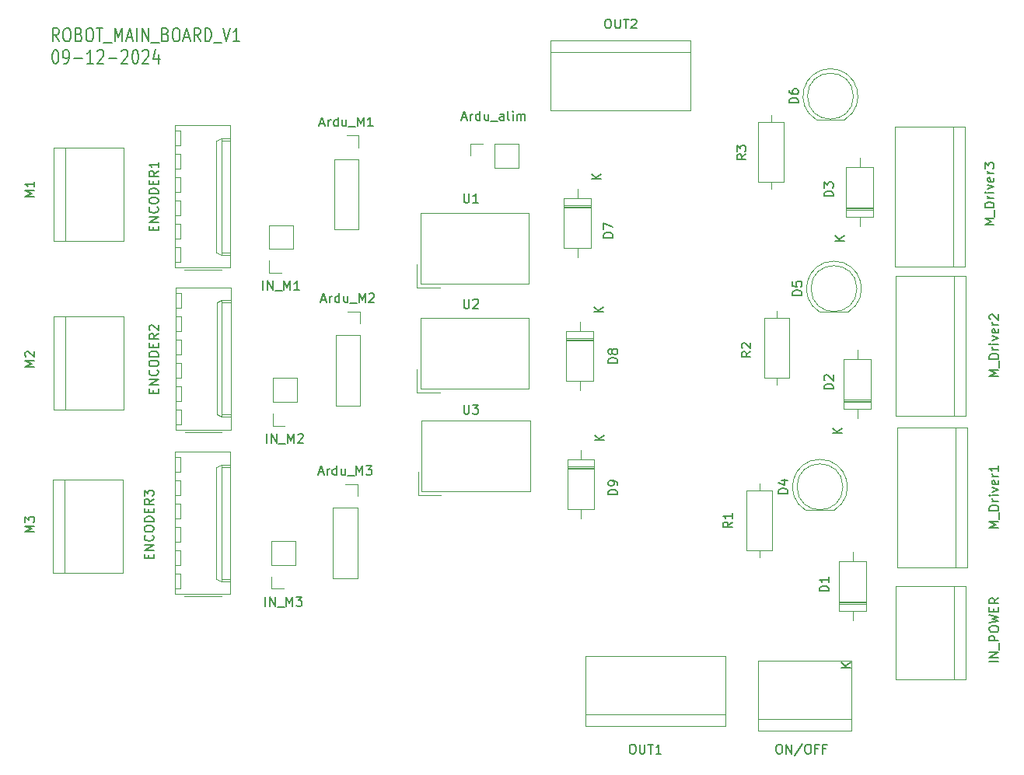
<source format=gto>
%TF.GenerationSoftware,KiCad,Pcbnew,8.0.7*%
%TF.CreationDate,2024-12-09T23:50:59+01:00*%
%TF.ProjectId,main_board_proto,6d61696e-5f62-46f6-9172-645f70726f74,rev?*%
%TF.SameCoordinates,Original*%
%TF.FileFunction,Legend,Top*%
%TF.FilePolarity,Positive*%
%FSLAX46Y46*%
G04 Gerber Fmt 4.6, Leading zero omitted, Abs format (unit mm)*
G04 Created by KiCad (PCBNEW 8.0.7) date 2024-12-09 23:50:59*
%MOMM*%
%LPD*%
G01*
G04 APERTURE LIST*
%ADD10C,0.200000*%
%ADD11C,0.150000*%
%ADD12C,0.120000*%
G04 APERTURE END LIST*
D10*
X52665006Y-47391112D02*
X52265006Y-46676826D01*
X51979292Y-47391112D02*
X51979292Y-45891112D01*
X51979292Y-45891112D02*
X52436435Y-45891112D01*
X52436435Y-45891112D02*
X52550720Y-45962541D01*
X52550720Y-45962541D02*
X52607863Y-46033969D01*
X52607863Y-46033969D02*
X52665006Y-46176826D01*
X52665006Y-46176826D02*
X52665006Y-46391112D01*
X52665006Y-46391112D02*
X52607863Y-46533969D01*
X52607863Y-46533969D02*
X52550720Y-46605398D01*
X52550720Y-46605398D02*
X52436435Y-46676826D01*
X52436435Y-46676826D02*
X51979292Y-46676826D01*
X53407863Y-45891112D02*
X53636435Y-45891112D01*
X53636435Y-45891112D02*
X53750720Y-45962541D01*
X53750720Y-45962541D02*
X53865006Y-46105398D01*
X53865006Y-46105398D02*
X53922149Y-46391112D01*
X53922149Y-46391112D02*
X53922149Y-46891112D01*
X53922149Y-46891112D02*
X53865006Y-47176826D01*
X53865006Y-47176826D02*
X53750720Y-47319684D01*
X53750720Y-47319684D02*
X53636435Y-47391112D01*
X53636435Y-47391112D02*
X53407863Y-47391112D01*
X53407863Y-47391112D02*
X53293578Y-47319684D01*
X53293578Y-47319684D02*
X53179292Y-47176826D01*
X53179292Y-47176826D02*
X53122149Y-46891112D01*
X53122149Y-46891112D02*
X53122149Y-46391112D01*
X53122149Y-46391112D02*
X53179292Y-46105398D01*
X53179292Y-46105398D02*
X53293578Y-45962541D01*
X53293578Y-45962541D02*
X53407863Y-45891112D01*
X54836435Y-46605398D02*
X55007863Y-46676826D01*
X55007863Y-46676826D02*
X55065006Y-46748255D01*
X55065006Y-46748255D02*
X55122149Y-46891112D01*
X55122149Y-46891112D02*
X55122149Y-47105398D01*
X55122149Y-47105398D02*
X55065006Y-47248255D01*
X55065006Y-47248255D02*
X55007863Y-47319684D01*
X55007863Y-47319684D02*
X54893578Y-47391112D01*
X54893578Y-47391112D02*
X54436435Y-47391112D01*
X54436435Y-47391112D02*
X54436435Y-45891112D01*
X54436435Y-45891112D02*
X54836435Y-45891112D01*
X54836435Y-45891112D02*
X54950721Y-45962541D01*
X54950721Y-45962541D02*
X55007863Y-46033969D01*
X55007863Y-46033969D02*
X55065006Y-46176826D01*
X55065006Y-46176826D02*
X55065006Y-46319684D01*
X55065006Y-46319684D02*
X55007863Y-46462541D01*
X55007863Y-46462541D02*
X54950721Y-46533969D01*
X54950721Y-46533969D02*
X54836435Y-46605398D01*
X54836435Y-46605398D02*
X54436435Y-46605398D01*
X55865006Y-45891112D02*
X56093578Y-45891112D01*
X56093578Y-45891112D02*
X56207863Y-45962541D01*
X56207863Y-45962541D02*
X56322149Y-46105398D01*
X56322149Y-46105398D02*
X56379292Y-46391112D01*
X56379292Y-46391112D02*
X56379292Y-46891112D01*
X56379292Y-46891112D02*
X56322149Y-47176826D01*
X56322149Y-47176826D02*
X56207863Y-47319684D01*
X56207863Y-47319684D02*
X56093578Y-47391112D01*
X56093578Y-47391112D02*
X55865006Y-47391112D01*
X55865006Y-47391112D02*
X55750721Y-47319684D01*
X55750721Y-47319684D02*
X55636435Y-47176826D01*
X55636435Y-47176826D02*
X55579292Y-46891112D01*
X55579292Y-46891112D02*
X55579292Y-46391112D01*
X55579292Y-46391112D02*
X55636435Y-46105398D01*
X55636435Y-46105398D02*
X55750721Y-45962541D01*
X55750721Y-45962541D02*
X55865006Y-45891112D01*
X56722149Y-45891112D02*
X57407864Y-45891112D01*
X57065006Y-47391112D02*
X57065006Y-45891112D01*
X57522150Y-47533969D02*
X58436435Y-47533969D01*
X58722150Y-47391112D02*
X58722150Y-45891112D01*
X58722150Y-45891112D02*
X59122150Y-46962541D01*
X59122150Y-46962541D02*
X59522150Y-45891112D01*
X59522150Y-45891112D02*
X59522150Y-47391112D01*
X60036436Y-46962541D02*
X60607865Y-46962541D01*
X59922150Y-47391112D02*
X60322150Y-45891112D01*
X60322150Y-45891112D02*
X60722150Y-47391112D01*
X61122150Y-47391112D02*
X61122150Y-45891112D01*
X61693579Y-47391112D02*
X61693579Y-45891112D01*
X61693579Y-45891112D02*
X62379293Y-47391112D01*
X62379293Y-47391112D02*
X62379293Y-45891112D01*
X62665008Y-47533969D02*
X63579293Y-47533969D01*
X64265008Y-46605398D02*
X64436436Y-46676826D01*
X64436436Y-46676826D02*
X64493579Y-46748255D01*
X64493579Y-46748255D02*
X64550722Y-46891112D01*
X64550722Y-46891112D02*
X64550722Y-47105398D01*
X64550722Y-47105398D02*
X64493579Y-47248255D01*
X64493579Y-47248255D02*
X64436436Y-47319684D01*
X64436436Y-47319684D02*
X64322151Y-47391112D01*
X64322151Y-47391112D02*
X63865008Y-47391112D01*
X63865008Y-47391112D02*
X63865008Y-45891112D01*
X63865008Y-45891112D02*
X64265008Y-45891112D01*
X64265008Y-45891112D02*
X64379294Y-45962541D01*
X64379294Y-45962541D02*
X64436436Y-46033969D01*
X64436436Y-46033969D02*
X64493579Y-46176826D01*
X64493579Y-46176826D02*
X64493579Y-46319684D01*
X64493579Y-46319684D02*
X64436436Y-46462541D01*
X64436436Y-46462541D02*
X64379294Y-46533969D01*
X64379294Y-46533969D02*
X64265008Y-46605398D01*
X64265008Y-46605398D02*
X63865008Y-46605398D01*
X65293579Y-45891112D02*
X65522151Y-45891112D01*
X65522151Y-45891112D02*
X65636436Y-45962541D01*
X65636436Y-45962541D02*
X65750722Y-46105398D01*
X65750722Y-46105398D02*
X65807865Y-46391112D01*
X65807865Y-46391112D02*
X65807865Y-46891112D01*
X65807865Y-46891112D02*
X65750722Y-47176826D01*
X65750722Y-47176826D02*
X65636436Y-47319684D01*
X65636436Y-47319684D02*
X65522151Y-47391112D01*
X65522151Y-47391112D02*
X65293579Y-47391112D01*
X65293579Y-47391112D02*
X65179294Y-47319684D01*
X65179294Y-47319684D02*
X65065008Y-47176826D01*
X65065008Y-47176826D02*
X65007865Y-46891112D01*
X65007865Y-46891112D02*
X65007865Y-46391112D01*
X65007865Y-46391112D02*
X65065008Y-46105398D01*
X65065008Y-46105398D02*
X65179294Y-45962541D01*
X65179294Y-45962541D02*
X65293579Y-45891112D01*
X66265008Y-46962541D02*
X66836437Y-46962541D01*
X66150722Y-47391112D02*
X66550722Y-45891112D01*
X66550722Y-45891112D02*
X66950722Y-47391112D01*
X68036436Y-47391112D02*
X67636436Y-46676826D01*
X67350722Y-47391112D02*
X67350722Y-45891112D01*
X67350722Y-45891112D02*
X67807865Y-45891112D01*
X67807865Y-45891112D02*
X67922150Y-45962541D01*
X67922150Y-45962541D02*
X67979293Y-46033969D01*
X67979293Y-46033969D02*
X68036436Y-46176826D01*
X68036436Y-46176826D02*
X68036436Y-46391112D01*
X68036436Y-46391112D02*
X67979293Y-46533969D01*
X67979293Y-46533969D02*
X67922150Y-46605398D01*
X67922150Y-46605398D02*
X67807865Y-46676826D01*
X67807865Y-46676826D02*
X67350722Y-46676826D01*
X68550722Y-47391112D02*
X68550722Y-45891112D01*
X68550722Y-45891112D02*
X68836436Y-45891112D01*
X68836436Y-45891112D02*
X69007865Y-45962541D01*
X69007865Y-45962541D02*
X69122150Y-46105398D01*
X69122150Y-46105398D02*
X69179293Y-46248255D01*
X69179293Y-46248255D02*
X69236436Y-46533969D01*
X69236436Y-46533969D02*
X69236436Y-46748255D01*
X69236436Y-46748255D02*
X69179293Y-47033969D01*
X69179293Y-47033969D02*
X69122150Y-47176826D01*
X69122150Y-47176826D02*
X69007865Y-47319684D01*
X69007865Y-47319684D02*
X68836436Y-47391112D01*
X68836436Y-47391112D02*
X68550722Y-47391112D01*
X69465008Y-47533969D02*
X70379293Y-47533969D01*
X70493579Y-45891112D02*
X70893579Y-47391112D01*
X70893579Y-47391112D02*
X71293579Y-45891112D01*
X72322150Y-47391112D02*
X71636436Y-47391112D01*
X71979293Y-47391112D02*
X71979293Y-45891112D01*
X71979293Y-45891112D02*
X71865007Y-46105398D01*
X71865007Y-46105398D02*
X71750722Y-46248255D01*
X71750722Y-46248255D02*
X71636436Y-46319684D01*
X52207863Y-48306028D02*
X52322149Y-48306028D01*
X52322149Y-48306028D02*
X52436435Y-48377457D01*
X52436435Y-48377457D02*
X52493578Y-48448885D01*
X52493578Y-48448885D02*
X52550720Y-48591742D01*
X52550720Y-48591742D02*
X52607863Y-48877457D01*
X52607863Y-48877457D02*
X52607863Y-49234600D01*
X52607863Y-49234600D02*
X52550720Y-49520314D01*
X52550720Y-49520314D02*
X52493578Y-49663171D01*
X52493578Y-49663171D02*
X52436435Y-49734600D01*
X52436435Y-49734600D02*
X52322149Y-49806028D01*
X52322149Y-49806028D02*
X52207863Y-49806028D01*
X52207863Y-49806028D02*
X52093578Y-49734600D01*
X52093578Y-49734600D02*
X52036435Y-49663171D01*
X52036435Y-49663171D02*
X51979292Y-49520314D01*
X51979292Y-49520314D02*
X51922149Y-49234600D01*
X51922149Y-49234600D02*
X51922149Y-48877457D01*
X51922149Y-48877457D02*
X51979292Y-48591742D01*
X51979292Y-48591742D02*
X52036435Y-48448885D01*
X52036435Y-48448885D02*
X52093578Y-48377457D01*
X52093578Y-48377457D02*
X52207863Y-48306028D01*
X53179292Y-49806028D02*
X53407863Y-49806028D01*
X53407863Y-49806028D02*
X53522149Y-49734600D01*
X53522149Y-49734600D02*
X53579292Y-49663171D01*
X53579292Y-49663171D02*
X53693577Y-49448885D01*
X53693577Y-49448885D02*
X53750720Y-49163171D01*
X53750720Y-49163171D02*
X53750720Y-48591742D01*
X53750720Y-48591742D02*
X53693577Y-48448885D01*
X53693577Y-48448885D02*
X53636435Y-48377457D01*
X53636435Y-48377457D02*
X53522149Y-48306028D01*
X53522149Y-48306028D02*
X53293577Y-48306028D01*
X53293577Y-48306028D02*
X53179292Y-48377457D01*
X53179292Y-48377457D02*
X53122149Y-48448885D01*
X53122149Y-48448885D02*
X53065006Y-48591742D01*
X53065006Y-48591742D02*
X53065006Y-48948885D01*
X53065006Y-48948885D02*
X53122149Y-49091742D01*
X53122149Y-49091742D02*
X53179292Y-49163171D01*
X53179292Y-49163171D02*
X53293577Y-49234600D01*
X53293577Y-49234600D02*
X53522149Y-49234600D01*
X53522149Y-49234600D02*
X53636435Y-49163171D01*
X53636435Y-49163171D02*
X53693577Y-49091742D01*
X53693577Y-49091742D02*
X53750720Y-48948885D01*
X54265006Y-49234600D02*
X55179292Y-49234600D01*
X56379291Y-49806028D02*
X55693577Y-49806028D01*
X56036434Y-49806028D02*
X56036434Y-48306028D01*
X56036434Y-48306028D02*
X55922148Y-48520314D01*
X55922148Y-48520314D02*
X55807863Y-48663171D01*
X55807863Y-48663171D02*
X55693577Y-48734600D01*
X56836434Y-48448885D02*
X56893577Y-48377457D01*
X56893577Y-48377457D02*
X57007863Y-48306028D01*
X57007863Y-48306028D02*
X57293577Y-48306028D01*
X57293577Y-48306028D02*
X57407863Y-48377457D01*
X57407863Y-48377457D02*
X57465005Y-48448885D01*
X57465005Y-48448885D02*
X57522148Y-48591742D01*
X57522148Y-48591742D02*
X57522148Y-48734600D01*
X57522148Y-48734600D02*
X57465005Y-48948885D01*
X57465005Y-48948885D02*
X56779291Y-49806028D01*
X56779291Y-49806028D02*
X57522148Y-49806028D01*
X58036434Y-49234600D02*
X58950720Y-49234600D01*
X59465005Y-48448885D02*
X59522148Y-48377457D01*
X59522148Y-48377457D02*
X59636434Y-48306028D01*
X59636434Y-48306028D02*
X59922148Y-48306028D01*
X59922148Y-48306028D02*
X60036434Y-48377457D01*
X60036434Y-48377457D02*
X60093576Y-48448885D01*
X60093576Y-48448885D02*
X60150719Y-48591742D01*
X60150719Y-48591742D02*
X60150719Y-48734600D01*
X60150719Y-48734600D02*
X60093576Y-48948885D01*
X60093576Y-48948885D02*
X59407862Y-49806028D01*
X59407862Y-49806028D02*
X60150719Y-49806028D01*
X60893576Y-48306028D02*
X61007862Y-48306028D01*
X61007862Y-48306028D02*
X61122148Y-48377457D01*
X61122148Y-48377457D02*
X61179291Y-48448885D01*
X61179291Y-48448885D02*
X61236433Y-48591742D01*
X61236433Y-48591742D02*
X61293576Y-48877457D01*
X61293576Y-48877457D02*
X61293576Y-49234600D01*
X61293576Y-49234600D02*
X61236433Y-49520314D01*
X61236433Y-49520314D02*
X61179291Y-49663171D01*
X61179291Y-49663171D02*
X61122148Y-49734600D01*
X61122148Y-49734600D02*
X61007862Y-49806028D01*
X61007862Y-49806028D02*
X60893576Y-49806028D01*
X60893576Y-49806028D02*
X60779291Y-49734600D01*
X60779291Y-49734600D02*
X60722148Y-49663171D01*
X60722148Y-49663171D02*
X60665005Y-49520314D01*
X60665005Y-49520314D02*
X60607862Y-49234600D01*
X60607862Y-49234600D02*
X60607862Y-48877457D01*
X60607862Y-48877457D02*
X60665005Y-48591742D01*
X60665005Y-48591742D02*
X60722148Y-48448885D01*
X60722148Y-48448885D02*
X60779291Y-48377457D01*
X60779291Y-48377457D02*
X60893576Y-48306028D01*
X61750719Y-48448885D02*
X61807862Y-48377457D01*
X61807862Y-48377457D02*
X61922148Y-48306028D01*
X61922148Y-48306028D02*
X62207862Y-48306028D01*
X62207862Y-48306028D02*
X62322148Y-48377457D01*
X62322148Y-48377457D02*
X62379290Y-48448885D01*
X62379290Y-48448885D02*
X62436433Y-48591742D01*
X62436433Y-48591742D02*
X62436433Y-48734600D01*
X62436433Y-48734600D02*
X62379290Y-48948885D01*
X62379290Y-48948885D02*
X61693576Y-49806028D01*
X61693576Y-49806028D02*
X62436433Y-49806028D01*
X63465005Y-48806028D02*
X63465005Y-49806028D01*
X63179290Y-48234600D02*
X62893576Y-49306028D01*
X62893576Y-49306028D02*
X63636433Y-49306028D01*
D11*
X75288619Y-91118819D02*
X75288619Y-90118819D01*
X75764809Y-91118819D02*
X75764809Y-90118819D01*
X75764809Y-90118819D02*
X76336237Y-91118819D01*
X76336237Y-91118819D02*
X76336237Y-90118819D01*
X76574333Y-91214057D02*
X77336237Y-91214057D01*
X77574333Y-91118819D02*
X77574333Y-90118819D01*
X77574333Y-90118819D02*
X77907666Y-90833104D01*
X77907666Y-90833104D02*
X78240999Y-90118819D01*
X78240999Y-90118819D02*
X78240999Y-91118819D01*
X78669571Y-90214057D02*
X78717190Y-90166438D01*
X78717190Y-90166438D02*
X78812428Y-90118819D01*
X78812428Y-90118819D02*
X79050523Y-90118819D01*
X79050523Y-90118819D02*
X79145761Y-90166438D01*
X79145761Y-90166438D02*
X79193380Y-90214057D01*
X79193380Y-90214057D02*
X79240999Y-90309295D01*
X79240999Y-90309295D02*
X79240999Y-90404533D01*
X79240999Y-90404533D02*
X79193380Y-90547390D01*
X79193380Y-90547390D02*
X78621952Y-91118819D01*
X78621952Y-91118819D02*
X79240999Y-91118819D01*
X154954819Y-83857142D02*
X153954819Y-83857142D01*
X153954819Y-83857142D02*
X154669104Y-83523809D01*
X154669104Y-83523809D02*
X153954819Y-83190476D01*
X153954819Y-83190476D02*
X154954819Y-83190476D01*
X155050057Y-82952381D02*
X155050057Y-82190476D01*
X154954819Y-81952380D02*
X153954819Y-81952380D01*
X153954819Y-81952380D02*
X153954819Y-81714285D01*
X153954819Y-81714285D02*
X154002438Y-81571428D01*
X154002438Y-81571428D02*
X154097676Y-81476190D01*
X154097676Y-81476190D02*
X154192914Y-81428571D01*
X154192914Y-81428571D02*
X154383390Y-81380952D01*
X154383390Y-81380952D02*
X154526247Y-81380952D01*
X154526247Y-81380952D02*
X154716723Y-81428571D01*
X154716723Y-81428571D02*
X154811961Y-81476190D01*
X154811961Y-81476190D02*
X154907200Y-81571428D01*
X154907200Y-81571428D02*
X154954819Y-81714285D01*
X154954819Y-81714285D02*
X154954819Y-81952380D01*
X154954819Y-80952380D02*
X154288152Y-80952380D01*
X154478628Y-80952380D02*
X154383390Y-80904761D01*
X154383390Y-80904761D02*
X154335771Y-80857142D01*
X154335771Y-80857142D02*
X154288152Y-80761904D01*
X154288152Y-80761904D02*
X154288152Y-80666666D01*
X154954819Y-80333332D02*
X154288152Y-80333332D01*
X153954819Y-80333332D02*
X154002438Y-80380951D01*
X154002438Y-80380951D02*
X154050057Y-80333332D01*
X154050057Y-80333332D02*
X154002438Y-80285713D01*
X154002438Y-80285713D02*
X153954819Y-80333332D01*
X153954819Y-80333332D02*
X154050057Y-80333332D01*
X154288152Y-79952380D02*
X154954819Y-79714285D01*
X154954819Y-79714285D02*
X154288152Y-79476190D01*
X154907200Y-78714285D02*
X154954819Y-78809523D01*
X154954819Y-78809523D02*
X154954819Y-78999999D01*
X154954819Y-78999999D02*
X154907200Y-79095237D01*
X154907200Y-79095237D02*
X154811961Y-79142856D01*
X154811961Y-79142856D02*
X154431009Y-79142856D01*
X154431009Y-79142856D02*
X154335771Y-79095237D01*
X154335771Y-79095237D02*
X154288152Y-78999999D01*
X154288152Y-78999999D02*
X154288152Y-78809523D01*
X154288152Y-78809523D02*
X154335771Y-78714285D01*
X154335771Y-78714285D02*
X154431009Y-78666666D01*
X154431009Y-78666666D02*
X154526247Y-78666666D01*
X154526247Y-78666666D02*
X154621485Y-79142856D01*
X154954819Y-78238094D02*
X154288152Y-78238094D01*
X154478628Y-78238094D02*
X154383390Y-78190475D01*
X154383390Y-78190475D02*
X154335771Y-78142856D01*
X154335771Y-78142856D02*
X154288152Y-78047618D01*
X154288152Y-78047618D02*
X154288152Y-77952380D01*
X154050057Y-77666665D02*
X154002438Y-77619046D01*
X154002438Y-77619046D02*
X153954819Y-77523808D01*
X153954819Y-77523808D02*
X153954819Y-77285713D01*
X153954819Y-77285713D02*
X154002438Y-77190475D01*
X154002438Y-77190475D02*
X154050057Y-77142856D01*
X154050057Y-77142856D02*
X154145295Y-77095237D01*
X154145295Y-77095237D02*
X154240533Y-77095237D01*
X154240533Y-77095237D02*
X154383390Y-77142856D01*
X154383390Y-77142856D02*
X154954819Y-77714284D01*
X154954819Y-77714284D02*
X154954819Y-77095237D01*
X49954819Y-82809523D02*
X48954819Y-82809523D01*
X48954819Y-82809523D02*
X49669104Y-82476190D01*
X49669104Y-82476190D02*
X48954819Y-82142857D01*
X48954819Y-82142857D02*
X49954819Y-82142857D01*
X49050057Y-81714285D02*
X49002438Y-81666666D01*
X49002438Y-81666666D02*
X48954819Y-81571428D01*
X48954819Y-81571428D02*
X48954819Y-81333333D01*
X48954819Y-81333333D02*
X49002438Y-81238095D01*
X49002438Y-81238095D02*
X49050057Y-81190476D01*
X49050057Y-81190476D02*
X49145295Y-81142857D01*
X49145295Y-81142857D02*
X49240533Y-81142857D01*
X49240533Y-81142857D02*
X49383390Y-81190476D01*
X49383390Y-81190476D02*
X49954819Y-81761904D01*
X49954819Y-81761904D02*
X49954819Y-81142857D01*
X136454819Y-107238094D02*
X135454819Y-107238094D01*
X135454819Y-107238094D02*
X135454819Y-106999999D01*
X135454819Y-106999999D02*
X135502438Y-106857142D01*
X135502438Y-106857142D02*
X135597676Y-106761904D01*
X135597676Y-106761904D02*
X135692914Y-106714285D01*
X135692914Y-106714285D02*
X135883390Y-106666666D01*
X135883390Y-106666666D02*
X136026247Y-106666666D01*
X136026247Y-106666666D02*
X136216723Y-106714285D01*
X136216723Y-106714285D02*
X136311961Y-106761904D01*
X136311961Y-106761904D02*
X136407200Y-106857142D01*
X136407200Y-106857142D02*
X136454819Y-106999999D01*
X136454819Y-106999999D02*
X136454819Y-107238094D01*
X136454819Y-105714285D02*
X136454819Y-106285713D01*
X136454819Y-105999999D02*
X135454819Y-105999999D01*
X135454819Y-105999999D02*
X135597676Y-106095237D01*
X135597676Y-106095237D02*
X135692914Y-106190475D01*
X135692914Y-106190475D02*
X135740533Y-106285713D01*
X138816819Y-115577904D02*
X137816819Y-115577904D01*
X138816819Y-115006476D02*
X138245390Y-115435047D01*
X137816819Y-115006476D02*
X138388247Y-115577904D01*
X112345809Y-44954819D02*
X112536285Y-44954819D01*
X112536285Y-44954819D02*
X112631523Y-45002438D01*
X112631523Y-45002438D02*
X112726761Y-45097676D01*
X112726761Y-45097676D02*
X112774380Y-45288152D01*
X112774380Y-45288152D02*
X112774380Y-45621485D01*
X112774380Y-45621485D02*
X112726761Y-45811961D01*
X112726761Y-45811961D02*
X112631523Y-45907200D01*
X112631523Y-45907200D02*
X112536285Y-45954819D01*
X112536285Y-45954819D02*
X112345809Y-45954819D01*
X112345809Y-45954819D02*
X112250571Y-45907200D01*
X112250571Y-45907200D02*
X112155333Y-45811961D01*
X112155333Y-45811961D02*
X112107714Y-45621485D01*
X112107714Y-45621485D02*
X112107714Y-45288152D01*
X112107714Y-45288152D02*
X112155333Y-45097676D01*
X112155333Y-45097676D02*
X112250571Y-45002438D01*
X112250571Y-45002438D02*
X112345809Y-44954819D01*
X113202952Y-44954819D02*
X113202952Y-45764342D01*
X113202952Y-45764342D02*
X113250571Y-45859580D01*
X113250571Y-45859580D02*
X113298190Y-45907200D01*
X113298190Y-45907200D02*
X113393428Y-45954819D01*
X113393428Y-45954819D02*
X113583904Y-45954819D01*
X113583904Y-45954819D02*
X113679142Y-45907200D01*
X113679142Y-45907200D02*
X113726761Y-45859580D01*
X113726761Y-45859580D02*
X113774380Y-45764342D01*
X113774380Y-45764342D02*
X113774380Y-44954819D01*
X114107714Y-44954819D02*
X114679142Y-44954819D01*
X114393428Y-45954819D02*
X114393428Y-44954819D01*
X114964857Y-45050057D02*
X115012476Y-45002438D01*
X115012476Y-45002438D02*
X115107714Y-44954819D01*
X115107714Y-44954819D02*
X115345809Y-44954819D01*
X115345809Y-44954819D02*
X115441047Y-45002438D01*
X115441047Y-45002438D02*
X115488666Y-45050057D01*
X115488666Y-45050057D02*
X115536285Y-45145295D01*
X115536285Y-45145295D02*
X115536285Y-45240533D01*
X115536285Y-45240533D02*
X115488666Y-45383390D01*
X115488666Y-45383390D02*
X114917238Y-45954819D01*
X114917238Y-45954819D02*
X115536285Y-45954819D01*
X125954819Y-99734666D02*
X125478628Y-100067999D01*
X125954819Y-100306094D02*
X124954819Y-100306094D01*
X124954819Y-100306094D02*
X124954819Y-99925142D01*
X124954819Y-99925142D02*
X125002438Y-99829904D01*
X125002438Y-99829904D02*
X125050057Y-99782285D01*
X125050057Y-99782285D02*
X125145295Y-99734666D01*
X125145295Y-99734666D02*
X125288152Y-99734666D01*
X125288152Y-99734666D02*
X125383390Y-99782285D01*
X125383390Y-99782285D02*
X125431009Y-99829904D01*
X125431009Y-99829904D02*
X125478628Y-99925142D01*
X125478628Y-99925142D02*
X125478628Y-100306094D01*
X125954819Y-98782285D02*
X125954819Y-99353713D01*
X125954819Y-99067999D02*
X124954819Y-99067999D01*
X124954819Y-99067999D02*
X125097676Y-99163237D01*
X125097676Y-99163237D02*
X125192914Y-99258475D01*
X125192914Y-99258475D02*
X125240533Y-99353713D01*
X81066047Y-56327104D02*
X81542237Y-56327104D01*
X80970809Y-56612819D02*
X81304142Y-55612819D01*
X81304142Y-55612819D02*
X81637475Y-56612819D01*
X81970809Y-56612819D02*
X81970809Y-55946152D01*
X81970809Y-56136628D02*
X82018428Y-56041390D01*
X82018428Y-56041390D02*
X82066047Y-55993771D01*
X82066047Y-55993771D02*
X82161285Y-55946152D01*
X82161285Y-55946152D02*
X82256523Y-55946152D01*
X83018428Y-56612819D02*
X83018428Y-55612819D01*
X83018428Y-56565200D02*
X82923190Y-56612819D01*
X82923190Y-56612819D02*
X82732714Y-56612819D01*
X82732714Y-56612819D02*
X82637476Y-56565200D01*
X82637476Y-56565200D02*
X82589857Y-56517580D01*
X82589857Y-56517580D02*
X82542238Y-56422342D01*
X82542238Y-56422342D02*
X82542238Y-56136628D01*
X82542238Y-56136628D02*
X82589857Y-56041390D01*
X82589857Y-56041390D02*
X82637476Y-55993771D01*
X82637476Y-55993771D02*
X82732714Y-55946152D01*
X82732714Y-55946152D02*
X82923190Y-55946152D01*
X82923190Y-55946152D02*
X83018428Y-55993771D01*
X83923190Y-55946152D02*
X83923190Y-56612819D01*
X83494619Y-55946152D02*
X83494619Y-56469961D01*
X83494619Y-56469961D02*
X83542238Y-56565200D01*
X83542238Y-56565200D02*
X83637476Y-56612819D01*
X83637476Y-56612819D02*
X83780333Y-56612819D01*
X83780333Y-56612819D02*
X83875571Y-56565200D01*
X83875571Y-56565200D02*
X83923190Y-56517580D01*
X84161286Y-56708057D02*
X84923190Y-56708057D01*
X85161286Y-56612819D02*
X85161286Y-55612819D01*
X85161286Y-55612819D02*
X85494619Y-56327104D01*
X85494619Y-56327104D02*
X85827952Y-55612819D01*
X85827952Y-55612819D02*
X85827952Y-56612819D01*
X86827952Y-56612819D02*
X86256524Y-56612819D01*
X86542238Y-56612819D02*
X86542238Y-55612819D01*
X86542238Y-55612819D02*
X86447000Y-55755676D01*
X86447000Y-55755676D02*
X86351762Y-55850914D01*
X86351762Y-55850914D02*
X86256524Y-55898533D01*
X133146819Y-54078094D02*
X132146819Y-54078094D01*
X132146819Y-54078094D02*
X132146819Y-53839999D01*
X132146819Y-53839999D02*
X132194438Y-53697142D01*
X132194438Y-53697142D02*
X132289676Y-53601904D01*
X132289676Y-53601904D02*
X132384914Y-53554285D01*
X132384914Y-53554285D02*
X132575390Y-53506666D01*
X132575390Y-53506666D02*
X132718247Y-53506666D01*
X132718247Y-53506666D02*
X132908723Y-53554285D01*
X132908723Y-53554285D02*
X133003961Y-53601904D01*
X133003961Y-53601904D02*
X133099200Y-53697142D01*
X133099200Y-53697142D02*
X133146819Y-53839999D01*
X133146819Y-53839999D02*
X133146819Y-54078094D01*
X132146819Y-52649523D02*
X132146819Y-52839999D01*
X132146819Y-52839999D02*
X132194438Y-52935237D01*
X132194438Y-52935237D02*
X132242057Y-52982856D01*
X132242057Y-52982856D02*
X132384914Y-53078094D01*
X132384914Y-53078094D02*
X132575390Y-53125713D01*
X132575390Y-53125713D02*
X132956342Y-53125713D01*
X132956342Y-53125713D02*
X133051580Y-53078094D01*
X133051580Y-53078094D02*
X133099200Y-53030475D01*
X133099200Y-53030475D02*
X133146819Y-52935237D01*
X133146819Y-52935237D02*
X133146819Y-52744761D01*
X133146819Y-52744761D02*
X133099200Y-52649523D01*
X133099200Y-52649523D02*
X133051580Y-52601904D01*
X133051580Y-52601904D02*
X132956342Y-52554285D01*
X132956342Y-52554285D02*
X132718247Y-52554285D01*
X132718247Y-52554285D02*
X132623009Y-52601904D01*
X132623009Y-52601904D02*
X132575390Y-52649523D01*
X132575390Y-52649523D02*
X132527771Y-52744761D01*
X132527771Y-52744761D02*
X132527771Y-52935237D01*
X132527771Y-52935237D02*
X132575390Y-53030475D01*
X132575390Y-53030475D02*
X132623009Y-53078094D01*
X132623009Y-53078094D02*
X132718247Y-53125713D01*
X115023809Y-123954819D02*
X115214285Y-123954819D01*
X115214285Y-123954819D02*
X115309523Y-124002438D01*
X115309523Y-124002438D02*
X115404761Y-124097676D01*
X115404761Y-124097676D02*
X115452380Y-124288152D01*
X115452380Y-124288152D02*
X115452380Y-124621485D01*
X115452380Y-124621485D02*
X115404761Y-124811961D01*
X115404761Y-124811961D02*
X115309523Y-124907200D01*
X115309523Y-124907200D02*
X115214285Y-124954819D01*
X115214285Y-124954819D02*
X115023809Y-124954819D01*
X115023809Y-124954819D02*
X114928571Y-124907200D01*
X114928571Y-124907200D02*
X114833333Y-124811961D01*
X114833333Y-124811961D02*
X114785714Y-124621485D01*
X114785714Y-124621485D02*
X114785714Y-124288152D01*
X114785714Y-124288152D02*
X114833333Y-124097676D01*
X114833333Y-124097676D02*
X114928571Y-124002438D01*
X114928571Y-124002438D02*
X115023809Y-123954819D01*
X115880952Y-123954819D02*
X115880952Y-124764342D01*
X115880952Y-124764342D02*
X115928571Y-124859580D01*
X115928571Y-124859580D02*
X115976190Y-124907200D01*
X115976190Y-124907200D02*
X116071428Y-124954819D01*
X116071428Y-124954819D02*
X116261904Y-124954819D01*
X116261904Y-124954819D02*
X116357142Y-124907200D01*
X116357142Y-124907200D02*
X116404761Y-124859580D01*
X116404761Y-124859580D02*
X116452380Y-124764342D01*
X116452380Y-124764342D02*
X116452380Y-123954819D01*
X116785714Y-123954819D02*
X117357142Y-123954819D01*
X117071428Y-124954819D02*
X117071428Y-123954819D01*
X118214285Y-124954819D02*
X117642857Y-124954819D01*
X117928571Y-124954819D02*
X117928571Y-123954819D01*
X117928571Y-123954819D02*
X117833333Y-124097676D01*
X117833333Y-124097676D02*
X117738095Y-124192914D01*
X117738095Y-124192914D02*
X117642857Y-124240533D01*
X154454819Y-67357142D02*
X153454819Y-67357142D01*
X153454819Y-67357142D02*
X154169104Y-67023809D01*
X154169104Y-67023809D02*
X153454819Y-66690476D01*
X153454819Y-66690476D02*
X154454819Y-66690476D01*
X154550057Y-66452381D02*
X154550057Y-65690476D01*
X154454819Y-65452380D02*
X153454819Y-65452380D01*
X153454819Y-65452380D02*
X153454819Y-65214285D01*
X153454819Y-65214285D02*
X153502438Y-65071428D01*
X153502438Y-65071428D02*
X153597676Y-64976190D01*
X153597676Y-64976190D02*
X153692914Y-64928571D01*
X153692914Y-64928571D02*
X153883390Y-64880952D01*
X153883390Y-64880952D02*
X154026247Y-64880952D01*
X154026247Y-64880952D02*
X154216723Y-64928571D01*
X154216723Y-64928571D02*
X154311961Y-64976190D01*
X154311961Y-64976190D02*
X154407200Y-65071428D01*
X154407200Y-65071428D02*
X154454819Y-65214285D01*
X154454819Y-65214285D02*
X154454819Y-65452380D01*
X154454819Y-64452380D02*
X153788152Y-64452380D01*
X153978628Y-64452380D02*
X153883390Y-64404761D01*
X153883390Y-64404761D02*
X153835771Y-64357142D01*
X153835771Y-64357142D02*
X153788152Y-64261904D01*
X153788152Y-64261904D02*
X153788152Y-64166666D01*
X154454819Y-63833332D02*
X153788152Y-63833332D01*
X153454819Y-63833332D02*
X153502438Y-63880951D01*
X153502438Y-63880951D02*
X153550057Y-63833332D01*
X153550057Y-63833332D02*
X153502438Y-63785713D01*
X153502438Y-63785713D02*
X153454819Y-63833332D01*
X153454819Y-63833332D02*
X153550057Y-63833332D01*
X153788152Y-63452380D02*
X154454819Y-63214285D01*
X154454819Y-63214285D02*
X153788152Y-62976190D01*
X154407200Y-62214285D02*
X154454819Y-62309523D01*
X154454819Y-62309523D02*
X154454819Y-62499999D01*
X154454819Y-62499999D02*
X154407200Y-62595237D01*
X154407200Y-62595237D02*
X154311961Y-62642856D01*
X154311961Y-62642856D02*
X153931009Y-62642856D01*
X153931009Y-62642856D02*
X153835771Y-62595237D01*
X153835771Y-62595237D02*
X153788152Y-62499999D01*
X153788152Y-62499999D02*
X153788152Y-62309523D01*
X153788152Y-62309523D02*
X153835771Y-62214285D01*
X153835771Y-62214285D02*
X153931009Y-62166666D01*
X153931009Y-62166666D02*
X154026247Y-62166666D01*
X154026247Y-62166666D02*
X154121485Y-62642856D01*
X154454819Y-61738094D02*
X153788152Y-61738094D01*
X153978628Y-61738094D02*
X153883390Y-61690475D01*
X153883390Y-61690475D02*
X153835771Y-61642856D01*
X153835771Y-61642856D02*
X153788152Y-61547618D01*
X153788152Y-61547618D02*
X153788152Y-61452380D01*
X153454819Y-61214284D02*
X153454819Y-60595237D01*
X153454819Y-60595237D02*
X153835771Y-60928570D01*
X153835771Y-60928570D02*
X153835771Y-60785713D01*
X153835771Y-60785713D02*
X153883390Y-60690475D01*
X153883390Y-60690475D02*
X153931009Y-60642856D01*
X153931009Y-60642856D02*
X154026247Y-60595237D01*
X154026247Y-60595237D02*
X154264342Y-60595237D01*
X154264342Y-60595237D02*
X154359580Y-60642856D01*
X154359580Y-60642856D02*
X154407200Y-60690475D01*
X154407200Y-60690475D02*
X154454819Y-60785713D01*
X154454819Y-60785713D02*
X154454819Y-61071427D01*
X154454819Y-61071427D02*
X154407200Y-61166665D01*
X154407200Y-61166665D02*
X154359580Y-61214284D01*
X62431009Y-103690475D02*
X62431009Y-103357142D01*
X62954819Y-103214285D02*
X62954819Y-103690475D01*
X62954819Y-103690475D02*
X61954819Y-103690475D01*
X61954819Y-103690475D02*
X61954819Y-103214285D01*
X62954819Y-102785713D02*
X61954819Y-102785713D01*
X61954819Y-102785713D02*
X62954819Y-102214285D01*
X62954819Y-102214285D02*
X61954819Y-102214285D01*
X62859580Y-101166666D02*
X62907200Y-101214285D01*
X62907200Y-101214285D02*
X62954819Y-101357142D01*
X62954819Y-101357142D02*
X62954819Y-101452380D01*
X62954819Y-101452380D02*
X62907200Y-101595237D01*
X62907200Y-101595237D02*
X62811961Y-101690475D01*
X62811961Y-101690475D02*
X62716723Y-101738094D01*
X62716723Y-101738094D02*
X62526247Y-101785713D01*
X62526247Y-101785713D02*
X62383390Y-101785713D01*
X62383390Y-101785713D02*
X62192914Y-101738094D01*
X62192914Y-101738094D02*
X62097676Y-101690475D01*
X62097676Y-101690475D02*
X62002438Y-101595237D01*
X62002438Y-101595237D02*
X61954819Y-101452380D01*
X61954819Y-101452380D02*
X61954819Y-101357142D01*
X61954819Y-101357142D02*
X62002438Y-101214285D01*
X62002438Y-101214285D02*
X62050057Y-101166666D01*
X61954819Y-100547618D02*
X61954819Y-100357142D01*
X61954819Y-100357142D02*
X62002438Y-100261904D01*
X62002438Y-100261904D02*
X62097676Y-100166666D01*
X62097676Y-100166666D02*
X62288152Y-100119047D01*
X62288152Y-100119047D02*
X62621485Y-100119047D01*
X62621485Y-100119047D02*
X62811961Y-100166666D01*
X62811961Y-100166666D02*
X62907200Y-100261904D01*
X62907200Y-100261904D02*
X62954819Y-100357142D01*
X62954819Y-100357142D02*
X62954819Y-100547618D01*
X62954819Y-100547618D02*
X62907200Y-100642856D01*
X62907200Y-100642856D02*
X62811961Y-100738094D01*
X62811961Y-100738094D02*
X62621485Y-100785713D01*
X62621485Y-100785713D02*
X62288152Y-100785713D01*
X62288152Y-100785713D02*
X62097676Y-100738094D01*
X62097676Y-100738094D02*
X62002438Y-100642856D01*
X62002438Y-100642856D02*
X61954819Y-100547618D01*
X62954819Y-99690475D02*
X61954819Y-99690475D01*
X61954819Y-99690475D02*
X61954819Y-99452380D01*
X61954819Y-99452380D02*
X62002438Y-99309523D01*
X62002438Y-99309523D02*
X62097676Y-99214285D01*
X62097676Y-99214285D02*
X62192914Y-99166666D01*
X62192914Y-99166666D02*
X62383390Y-99119047D01*
X62383390Y-99119047D02*
X62526247Y-99119047D01*
X62526247Y-99119047D02*
X62716723Y-99166666D01*
X62716723Y-99166666D02*
X62811961Y-99214285D01*
X62811961Y-99214285D02*
X62907200Y-99309523D01*
X62907200Y-99309523D02*
X62954819Y-99452380D01*
X62954819Y-99452380D02*
X62954819Y-99690475D01*
X62431009Y-98690475D02*
X62431009Y-98357142D01*
X62954819Y-98214285D02*
X62954819Y-98690475D01*
X62954819Y-98690475D02*
X61954819Y-98690475D01*
X61954819Y-98690475D02*
X61954819Y-98214285D01*
X62954819Y-97214285D02*
X62478628Y-97547618D01*
X62954819Y-97785713D02*
X61954819Y-97785713D01*
X61954819Y-97785713D02*
X61954819Y-97404761D01*
X61954819Y-97404761D02*
X62002438Y-97309523D01*
X62002438Y-97309523D02*
X62050057Y-97261904D01*
X62050057Y-97261904D02*
X62145295Y-97214285D01*
X62145295Y-97214285D02*
X62288152Y-97214285D01*
X62288152Y-97214285D02*
X62383390Y-97261904D01*
X62383390Y-97261904D02*
X62431009Y-97309523D01*
X62431009Y-97309523D02*
X62478628Y-97404761D01*
X62478628Y-97404761D02*
X62478628Y-97785713D01*
X61954819Y-96880951D02*
X61954819Y-96261904D01*
X61954819Y-96261904D02*
X62335771Y-96595237D01*
X62335771Y-96595237D02*
X62335771Y-96452380D01*
X62335771Y-96452380D02*
X62383390Y-96357142D01*
X62383390Y-96357142D02*
X62431009Y-96309523D01*
X62431009Y-96309523D02*
X62526247Y-96261904D01*
X62526247Y-96261904D02*
X62764342Y-96261904D01*
X62764342Y-96261904D02*
X62859580Y-96309523D01*
X62859580Y-96309523D02*
X62907200Y-96357142D01*
X62907200Y-96357142D02*
X62954819Y-96452380D01*
X62954819Y-96452380D02*
X62954819Y-96738094D01*
X62954819Y-96738094D02*
X62907200Y-96833332D01*
X62907200Y-96833332D02*
X62859580Y-96880951D01*
X136954819Y-64238094D02*
X135954819Y-64238094D01*
X135954819Y-64238094D02*
X135954819Y-63999999D01*
X135954819Y-63999999D02*
X136002438Y-63857142D01*
X136002438Y-63857142D02*
X136097676Y-63761904D01*
X136097676Y-63761904D02*
X136192914Y-63714285D01*
X136192914Y-63714285D02*
X136383390Y-63666666D01*
X136383390Y-63666666D02*
X136526247Y-63666666D01*
X136526247Y-63666666D02*
X136716723Y-63714285D01*
X136716723Y-63714285D02*
X136811961Y-63761904D01*
X136811961Y-63761904D02*
X136907200Y-63857142D01*
X136907200Y-63857142D02*
X136954819Y-63999999D01*
X136954819Y-63999999D02*
X136954819Y-64238094D01*
X135954819Y-63333332D02*
X135954819Y-62714285D01*
X135954819Y-62714285D02*
X136335771Y-63047618D01*
X136335771Y-63047618D02*
X136335771Y-62904761D01*
X136335771Y-62904761D02*
X136383390Y-62809523D01*
X136383390Y-62809523D02*
X136431009Y-62761904D01*
X136431009Y-62761904D02*
X136526247Y-62714285D01*
X136526247Y-62714285D02*
X136764342Y-62714285D01*
X136764342Y-62714285D02*
X136859580Y-62761904D01*
X136859580Y-62761904D02*
X136907200Y-62809523D01*
X136907200Y-62809523D02*
X136954819Y-62904761D01*
X136954819Y-62904761D02*
X136954819Y-63190475D01*
X136954819Y-63190475D02*
X136907200Y-63285713D01*
X136907200Y-63285713D02*
X136859580Y-63333332D01*
X138181819Y-69095904D02*
X137181819Y-69095904D01*
X138181819Y-68524476D02*
X137610390Y-68953047D01*
X137181819Y-68524476D02*
X137753247Y-69095904D01*
X62931009Y-67952475D02*
X62931009Y-67619142D01*
X63454819Y-67476285D02*
X63454819Y-67952475D01*
X63454819Y-67952475D02*
X62454819Y-67952475D01*
X62454819Y-67952475D02*
X62454819Y-67476285D01*
X63454819Y-67047713D02*
X62454819Y-67047713D01*
X62454819Y-67047713D02*
X63454819Y-66476285D01*
X63454819Y-66476285D02*
X62454819Y-66476285D01*
X63359580Y-65428666D02*
X63407200Y-65476285D01*
X63407200Y-65476285D02*
X63454819Y-65619142D01*
X63454819Y-65619142D02*
X63454819Y-65714380D01*
X63454819Y-65714380D02*
X63407200Y-65857237D01*
X63407200Y-65857237D02*
X63311961Y-65952475D01*
X63311961Y-65952475D02*
X63216723Y-66000094D01*
X63216723Y-66000094D02*
X63026247Y-66047713D01*
X63026247Y-66047713D02*
X62883390Y-66047713D01*
X62883390Y-66047713D02*
X62692914Y-66000094D01*
X62692914Y-66000094D02*
X62597676Y-65952475D01*
X62597676Y-65952475D02*
X62502438Y-65857237D01*
X62502438Y-65857237D02*
X62454819Y-65714380D01*
X62454819Y-65714380D02*
X62454819Y-65619142D01*
X62454819Y-65619142D02*
X62502438Y-65476285D01*
X62502438Y-65476285D02*
X62550057Y-65428666D01*
X62454819Y-64809618D02*
X62454819Y-64619142D01*
X62454819Y-64619142D02*
X62502438Y-64523904D01*
X62502438Y-64523904D02*
X62597676Y-64428666D01*
X62597676Y-64428666D02*
X62788152Y-64381047D01*
X62788152Y-64381047D02*
X63121485Y-64381047D01*
X63121485Y-64381047D02*
X63311961Y-64428666D01*
X63311961Y-64428666D02*
X63407200Y-64523904D01*
X63407200Y-64523904D02*
X63454819Y-64619142D01*
X63454819Y-64619142D02*
X63454819Y-64809618D01*
X63454819Y-64809618D02*
X63407200Y-64904856D01*
X63407200Y-64904856D02*
X63311961Y-65000094D01*
X63311961Y-65000094D02*
X63121485Y-65047713D01*
X63121485Y-65047713D02*
X62788152Y-65047713D01*
X62788152Y-65047713D02*
X62597676Y-65000094D01*
X62597676Y-65000094D02*
X62502438Y-64904856D01*
X62502438Y-64904856D02*
X62454819Y-64809618D01*
X63454819Y-63952475D02*
X62454819Y-63952475D01*
X62454819Y-63952475D02*
X62454819Y-63714380D01*
X62454819Y-63714380D02*
X62502438Y-63571523D01*
X62502438Y-63571523D02*
X62597676Y-63476285D01*
X62597676Y-63476285D02*
X62692914Y-63428666D01*
X62692914Y-63428666D02*
X62883390Y-63381047D01*
X62883390Y-63381047D02*
X63026247Y-63381047D01*
X63026247Y-63381047D02*
X63216723Y-63428666D01*
X63216723Y-63428666D02*
X63311961Y-63476285D01*
X63311961Y-63476285D02*
X63407200Y-63571523D01*
X63407200Y-63571523D02*
X63454819Y-63714380D01*
X63454819Y-63714380D02*
X63454819Y-63952475D01*
X62931009Y-62952475D02*
X62931009Y-62619142D01*
X63454819Y-62476285D02*
X63454819Y-62952475D01*
X63454819Y-62952475D02*
X62454819Y-62952475D01*
X62454819Y-62952475D02*
X62454819Y-62476285D01*
X63454819Y-61476285D02*
X62978628Y-61809618D01*
X63454819Y-62047713D02*
X62454819Y-62047713D01*
X62454819Y-62047713D02*
X62454819Y-61666761D01*
X62454819Y-61666761D02*
X62502438Y-61571523D01*
X62502438Y-61571523D02*
X62550057Y-61523904D01*
X62550057Y-61523904D02*
X62645295Y-61476285D01*
X62645295Y-61476285D02*
X62788152Y-61476285D01*
X62788152Y-61476285D02*
X62883390Y-61523904D01*
X62883390Y-61523904D02*
X62931009Y-61571523D01*
X62931009Y-61571523D02*
X62978628Y-61666761D01*
X62978628Y-61666761D02*
X62978628Y-62047713D01*
X63454819Y-60523904D02*
X63454819Y-61095332D01*
X63454819Y-60809618D02*
X62454819Y-60809618D01*
X62454819Y-60809618D02*
X62597676Y-60904856D01*
X62597676Y-60904856D02*
X62692914Y-61000094D01*
X62692914Y-61000094D02*
X62740533Y-61095332D01*
X133527819Y-75033094D02*
X132527819Y-75033094D01*
X132527819Y-75033094D02*
X132527819Y-74794999D01*
X132527819Y-74794999D02*
X132575438Y-74652142D01*
X132575438Y-74652142D02*
X132670676Y-74556904D01*
X132670676Y-74556904D02*
X132765914Y-74509285D01*
X132765914Y-74509285D02*
X132956390Y-74461666D01*
X132956390Y-74461666D02*
X133099247Y-74461666D01*
X133099247Y-74461666D02*
X133289723Y-74509285D01*
X133289723Y-74509285D02*
X133384961Y-74556904D01*
X133384961Y-74556904D02*
X133480200Y-74652142D01*
X133480200Y-74652142D02*
X133527819Y-74794999D01*
X133527819Y-74794999D02*
X133527819Y-75033094D01*
X132527819Y-73556904D02*
X132527819Y-74033094D01*
X132527819Y-74033094D02*
X133004009Y-74080713D01*
X133004009Y-74080713D02*
X132956390Y-74033094D01*
X132956390Y-74033094D02*
X132908771Y-73937856D01*
X132908771Y-73937856D02*
X132908771Y-73699761D01*
X132908771Y-73699761D02*
X132956390Y-73604523D01*
X132956390Y-73604523D02*
X133004009Y-73556904D01*
X133004009Y-73556904D02*
X133099247Y-73509285D01*
X133099247Y-73509285D02*
X133337342Y-73509285D01*
X133337342Y-73509285D02*
X133432580Y-73556904D01*
X133432580Y-73556904D02*
X133480200Y-73604523D01*
X133480200Y-73604523D02*
X133527819Y-73699761D01*
X133527819Y-73699761D02*
X133527819Y-73937856D01*
X133527819Y-73937856D02*
X133480200Y-74033094D01*
X133480200Y-74033094D02*
X133432580Y-74080713D01*
X96738095Y-86954819D02*
X96738095Y-87764342D01*
X96738095Y-87764342D02*
X96785714Y-87859580D01*
X96785714Y-87859580D02*
X96833333Y-87907200D01*
X96833333Y-87907200D02*
X96928571Y-87954819D01*
X96928571Y-87954819D02*
X97119047Y-87954819D01*
X97119047Y-87954819D02*
X97214285Y-87907200D01*
X97214285Y-87907200D02*
X97261904Y-87859580D01*
X97261904Y-87859580D02*
X97309523Y-87764342D01*
X97309523Y-87764342D02*
X97309523Y-86954819D01*
X97690476Y-86954819D02*
X98309523Y-86954819D01*
X98309523Y-86954819D02*
X97976190Y-87335771D01*
X97976190Y-87335771D02*
X98119047Y-87335771D01*
X98119047Y-87335771D02*
X98214285Y-87383390D01*
X98214285Y-87383390D02*
X98261904Y-87431009D01*
X98261904Y-87431009D02*
X98309523Y-87526247D01*
X98309523Y-87526247D02*
X98309523Y-87764342D01*
X98309523Y-87764342D02*
X98261904Y-87859580D01*
X98261904Y-87859580D02*
X98214285Y-87907200D01*
X98214285Y-87907200D02*
X98119047Y-87954819D01*
X98119047Y-87954819D02*
X97833333Y-87954819D01*
X97833333Y-87954819D02*
X97738095Y-87907200D01*
X97738095Y-87907200D02*
X97690476Y-87859580D01*
X49954819Y-100809523D02*
X48954819Y-100809523D01*
X48954819Y-100809523D02*
X49669104Y-100476190D01*
X49669104Y-100476190D02*
X48954819Y-100142857D01*
X48954819Y-100142857D02*
X49954819Y-100142857D01*
X48954819Y-99761904D02*
X48954819Y-99142857D01*
X48954819Y-99142857D02*
X49335771Y-99476190D01*
X49335771Y-99476190D02*
X49335771Y-99333333D01*
X49335771Y-99333333D02*
X49383390Y-99238095D01*
X49383390Y-99238095D02*
X49431009Y-99190476D01*
X49431009Y-99190476D02*
X49526247Y-99142857D01*
X49526247Y-99142857D02*
X49764342Y-99142857D01*
X49764342Y-99142857D02*
X49859580Y-99190476D01*
X49859580Y-99190476D02*
X49907200Y-99238095D01*
X49907200Y-99238095D02*
X49954819Y-99333333D01*
X49954819Y-99333333D02*
X49954819Y-99619047D01*
X49954819Y-99619047D02*
X49907200Y-99714285D01*
X49907200Y-99714285D02*
X49859580Y-99761904D01*
X81218047Y-75514104D02*
X81694237Y-75514104D01*
X81122809Y-75799819D02*
X81456142Y-74799819D01*
X81456142Y-74799819D02*
X81789475Y-75799819D01*
X82122809Y-75799819D02*
X82122809Y-75133152D01*
X82122809Y-75323628D02*
X82170428Y-75228390D01*
X82170428Y-75228390D02*
X82218047Y-75180771D01*
X82218047Y-75180771D02*
X82313285Y-75133152D01*
X82313285Y-75133152D02*
X82408523Y-75133152D01*
X83170428Y-75799819D02*
X83170428Y-74799819D01*
X83170428Y-75752200D02*
X83075190Y-75799819D01*
X83075190Y-75799819D02*
X82884714Y-75799819D01*
X82884714Y-75799819D02*
X82789476Y-75752200D01*
X82789476Y-75752200D02*
X82741857Y-75704580D01*
X82741857Y-75704580D02*
X82694238Y-75609342D01*
X82694238Y-75609342D02*
X82694238Y-75323628D01*
X82694238Y-75323628D02*
X82741857Y-75228390D01*
X82741857Y-75228390D02*
X82789476Y-75180771D01*
X82789476Y-75180771D02*
X82884714Y-75133152D01*
X82884714Y-75133152D02*
X83075190Y-75133152D01*
X83075190Y-75133152D02*
X83170428Y-75180771D01*
X84075190Y-75133152D02*
X84075190Y-75799819D01*
X83646619Y-75133152D02*
X83646619Y-75656961D01*
X83646619Y-75656961D02*
X83694238Y-75752200D01*
X83694238Y-75752200D02*
X83789476Y-75799819D01*
X83789476Y-75799819D02*
X83932333Y-75799819D01*
X83932333Y-75799819D02*
X84027571Y-75752200D01*
X84027571Y-75752200D02*
X84075190Y-75704580D01*
X84313286Y-75895057D02*
X85075190Y-75895057D01*
X85313286Y-75799819D02*
X85313286Y-74799819D01*
X85313286Y-74799819D02*
X85646619Y-75514104D01*
X85646619Y-75514104D02*
X85979952Y-74799819D01*
X85979952Y-74799819D02*
X85979952Y-75799819D01*
X86408524Y-74895057D02*
X86456143Y-74847438D01*
X86456143Y-74847438D02*
X86551381Y-74799819D01*
X86551381Y-74799819D02*
X86789476Y-74799819D01*
X86789476Y-74799819D02*
X86884714Y-74847438D01*
X86884714Y-74847438D02*
X86932333Y-74895057D01*
X86932333Y-74895057D02*
X86979952Y-74990295D01*
X86979952Y-74990295D02*
X86979952Y-75085533D01*
X86979952Y-75085533D02*
X86932333Y-75228390D01*
X86932333Y-75228390D02*
X86360905Y-75799819D01*
X86360905Y-75799819D02*
X86979952Y-75799819D01*
X62931009Y-85690475D02*
X62931009Y-85357142D01*
X63454819Y-85214285D02*
X63454819Y-85690475D01*
X63454819Y-85690475D02*
X62454819Y-85690475D01*
X62454819Y-85690475D02*
X62454819Y-85214285D01*
X63454819Y-84785713D02*
X62454819Y-84785713D01*
X62454819Y-84785713D02*
X63454819Y-84214285D01*
X63454819Y-84214285D02*
X62454819Y-84214285D01*
X63359580Y-83166666D02*
X63407200Y-83214285D01*
X63407200Y-83214285D02*
X63454819Y-83357142D01*
X63454819Y-83357142D02*
X63454819Y-83452380D01*
X63454819Y-83452380D02*
X63407200Y-83595237D01*
X63407200Y-83595237D02*
X63311961Y-83690475D01*
X63311961Y-83690475D02*
X63216723Y-83738094D01*
X63216723Y-83738094D02*
X63026247Y-83785713D01*
X63026247Y-83785713D02*
X62883390Y-83785713D01*
X62883390Y-83785713D02*
X62692914Y-83738094D01*
X62692914Y-83738094D02*
X62597676Y-83690475D01*
X62597676Y-83690475D02*
X62502438Y-83595237D01*
X62502438Y-83595237D02*
X62454819Y-83452380D01*
X62454819Y-83452380D02*
X62454819Y-83357142D01*
X62454819Y-83357142D02*
X62502438Y-83214285D01*
X62502438Y-83214285D02*
X62550057Y-83166666D01*
X62454819Y-82547618D02*
X62454819Y-82357142D01*
X62454819Y-82357142D02*
X62502438Y-82261904D01*
X62502438Y-82261904D02*
X62597676Y-82166666D01*
X62597676Y-82166666D02*
X62788152Y-82119047D01*
X62788152Y-82119047D02*
X63121485Y-82119047D01*
X63121485Y-82119047D02*
X63311961Y-82166666D01*
X63311961Y-82166666D02*
X63407200Y-82261904D01*
X63407200Y-82261904D02*
X63454819Y-82357142D01*
X63454819Y-82357142D02*
X63454819Y-82547618D01*
X63454819Y-82547618D02*
X63407200Y-82642856D01*
X63407200Y-82642856D02*
X63311961Y-82738094D01*
X63311961Y-82738094D02*
X63121485Y-82785713D01*
X63121485Y-82785713D02*
X62788152Y-82785713D01*
X62788152Y-82785713D02*
X62597676Y-82738094D01*
X62597676Y-82738094D02*
X62502438Y-82642856D01*
X62502438Y-82642856D02*
X62454819Y-82547618D01*
X63454819Y-81690475D02*
X62454819Y-81690475D01*
X62454819Y-81690475D02*
X62454819Y-81452380D01*
X62454819Y-81452380D02*
X62502438Y-81309523D01*
X62502438Y-81309523D02*
X62597676Y-81214285D01*
X62597676Y-81214285D02*
X62692914Y-81166666D01*
X62692914Y-81166666D02*
X62883390Y-81119047D01*
X62883390Y-81119047D02*
X63026247Y-81119047D01*
X63026247Y-81119047D02*
X63216723Y-81166666D01*
X63216723Y-81166666D02*
X63311961Y-81214285D01*
X63311961Y-81214285D02*
X63407200Y-81309523D01*
X63407200Y-81309523D02*
X63454819Y-81452380D01*
X63454819Y-81452380D02*
X63454819Y-81690475D01*
X62931009Y-80690475D02*
X62931009Y-80357142D01*
X63454819Y-80214285D02*
X63454819Y-80690475D01*
X63454819Y-80690475D02*
X62454819Y-80690475D01*
X62454819Y-80690475D02*
X62454819Y-80214285D01*
X63454819Y-79214285D02*
X62978628Y-79547618D01*
X63454819Y-79785713D02*
X62454819Y-79785713D01*
X62454819Y-79785713D02*
X62454819Y-79404761D01*
X62454819Y-79404761D02*
X62502438Y-79309523D01*
X62502438Y-79309523D02*
X62550057Y-79261904D01*
X62550057Y-79261904D02*
X62645295Y-79214285D01*
X62645295Y-79214285D02*
X62788152Y-79214285D01*
X62788152Y-79214285D02*
X62883390Y-79261904D01*
X62883390Y-79261904D02*
X62931009Y-79309523D01*
X62931009Y-79309523D02*
X62978628Y-79404761D01*
X62978628Y-79404761D02*
X62978628Y-79785713D01*
X62550057Y-78833332D02*
X62502438Y-78785713D01*
X62502438Y-78785713D02*
X62454819Y-78690475D01*
X62454819Y-78690475D02*
X62454819Y-78452380D01*
X62454819Y-78452380D02*
X62502438Y-78357142D01*
X62502438Y-78357142D02*
X62550057Y-78309523D01*
X62550057Y-78309523D02*
X62645295Y-78261904D01*
X62645295Y-78261904D02*
X62740533Y-78261904D01*
X62740533Y-78261904D02*
X62883390Y-78309523D01*
X62883390Y-78309523D02*
X63454819Y-78880951D01*
X63454819Y-78880951D02*
X63454819Y-78261904D01*
X113454819Y-96738094D02*
X112454819Y-96738094D01*
X112454819Y-96738094D02*
X112454819Y-96499999D01*
X112454819Y-96499999D02*
X112502438Y-96357142D01*
X112502438Y-96357142D02*
X112597676Y-96261904D01*
X112597676Y-96261904D02*
X112692914Y-96214285D01*
X112692914Y-96214285D02*
X112883390Y-96166666D01*
X112883390Y-96166666D02*
X113026247Y-96166666D01*
X113026247Y-96166666D02*
X113216723Y-96214285D01*
X113216723Y-96214285D02*
X113311961Y-96261904D01*
X113311961Y-96261904D02*
X113407200Y-96357142D01*
X113407200Y-96357142D02*
X113454819Y-96499999D01*
X113454819Y-96499999D02*
X113454819Y-96738094D01*
X113454819Y-95690475D02*
X113454819Y-95499999D01*
X113454819Y-95499999D02*
X113407200Y-95404761D01*
X113407200Y-95404761D02*
X113359580Y-95357142D01*
X113359580Y-95357142D02*
X113216723Y-95261904D01*
X113216723Y-95261904D02*
X113026247Y-95214285D01*
X113026247Y-95214285D02*
X112645295Y-95214285D01*
X112645295Y-95214285D02*
X112550057Y-95261904D01*
X112550057Y-95261904D02*
X112502438Y-95309523D01*
X112502438Y-95309523D02*
X112454819Y-95404761D01*
X112454819Y-95404761D02*
X112454819Y-95595237D01*
X112454819Y-95595237D02*
X112502438Y-95690475D01*
X112502438Y-95690475D02*
X112550057Y-95738094D01*
X112550057Y-95738094D02*
X112645295Y-95785713D01*
X112645295Y-95785713D02*
X112883390Y-95785713D01*
X112883390Y-95785713D02*
X112978628Y-95738094D01*
X112978628Y-95738094D02*
X113026247Y-95690475D01*
X113026247Y-95690475D02*
X113073866Y-95595237D01*
X113073866Y-95595237D02*
X113073866Y-95404761D01*
X113073866Y-95404761D02*
X113026247Y-95309523D01*
X113026247Y-95309523D02*
X112978628Y-95261904D01*
X112978628Y-95261904D02*
X112883390Y-95214285D01*
X112028819Y-90812904D02*
X111028819Y-90812904D01*
X112028819Y-90241476D02*
X111457390Y-90670047D01*
X111028819Y-90241476D02*
X111600247Y-90812904D01*
X154954819Y-114952380D02*
X153954819Y-114952380D01*
X154954819Y-114476190D02*
X153954819Y-114476190D01*
X153954819Y-114476190D02*
X154954819Y-113904762D01*
X154954819Y-113904762D02*
X153954819Y-113904762D01*
X155050057Y-113666667D02*
X155050057Y-112904762D01*
X154954819Y-112666666D02*
X153954819Y-112666666D01*
X153954819Y-112666666D02*
X153954819Y-112285714D01*
X153954819Y-112285714D02*
X154002438Y-112190476D01*
X154002438Y-112190476D02*
X154050057Y-112142857D01*
X154050057Y-112142857D02*
X154145295Y-112095238D01*
X154145295Y-112095238D02*
X154288152Y-112095238D01*
X154288152Y-112095238D02*
X154383390Y-112142857D01*
X154383390Y-112142857D02*
X154431009Y-112190476D01*
X154431009Y-112190476D02*
X154478628Y-112285714D01*
X154478628Y-112285714D02*
X154478628Y-112666666D01*
X153954819Y-111476190D02*
X153954819Y-111285714D01*
X153954819Y-111285714D02*
X154002438Y-111190476D01*
X154002438Y-111190476D02*
X154097676Y-111095238D01*
X154097676Y-111095238D02*
X154288152Y-111047619D01*
X154288152Y-111047619D02*
X154621485Y-111047619D01*
X154621485Y-111047619D02*
X154811961Y-111095238D01*
X154811961Y-111095238D02*
X154907200Y-111190476D01*
X154907200Y-111190476D02*
X154954819Y-111285714D01*
X154954819Y-111285714D02*
X154954819Y-111476190D01*
X154954819Y-111476190D02*
X154907200Y-111571428D01*
X154907200Y-111571428D02*
X154811961Y-111666666D01*
X154811961Y-111666666D02*
X154621485Y-111714285D01*
X154621485Y-111714285D02*
X154288152Y-111714285D01*
X154288152Y-111714285D02*
X154097676Y-111666666D01*
X154097676Y-111666666D02*
X154002438Y-111571428D01*
X154002438Y-111571428D02*
X153954819Y-111476190D01*
X153954819Y-110714285D02*
X154954819Y-110476190D01*
X154954819Y-110476190D02*
X154240533Y-110285714D01*
X154240533Y-110285714D02*
X154954819Y-110095238D01*
X154954819Y-110095238D02*
X153954819Y-109857143D01*
X154431009Y-109476190D02*
X154431009Y-109142857D01*
X154954819Y-109000000D02*
X154954819Y-109476190D01*
X154954819Y-109476190D02*
X153954819Y-109476190D01*
X153954819Y-109476190D02*
X153954819Y-109000000D01*
X154954819Y-108000000D02*
X154478628Y-108333333D01*
X154954819Y-108571428D02*
X153954819Y-108571428D01*
X153954819Y-108571428D02*
X153954819Y-108190476D01*
X153954819Y-108190476D02*
X154002438Y-108095238D01*
X154002438Y-108095238D02*
X154050057Y-108047619D01*
X154050057Y-108047619D02*
X154145295Y-108000000D01*
X154145295Y-108000000D02*
X154288152Y-108000000D01*
X154288152Y-108000000D02*
X154383390Y-108047619D01*
X154383390Y-108047619D02*
X154431009Y-108095238D01*
X154431009Y-108095238D02*
X154478628Y-108190476D01*
X154478628Y-108190476D02*
X154478628Y-108571428D01*
X127954819Y-81166666D02*
X127478628Y-81499999D01*
X127954819Y-81738094D02*
X126954819Y-81738094D01*
X126954819Y-81738094D02*
X126954819Y-81357142D01*
X126954819Y-81357142D02*
X127002438Y-81261904D01*
X127002438Y-81261904D02*
X127050057Y-81214285D01*
X127050057Y-81214285D02*
X127145295Y-81166666D01*
X127145295Y-81166666D02*
X127288152Y-81166666D01*
X127288152Y-81166666D02*
X127383390Y-81214285D01*
X127383390Y-81214285D02*
X127431009Y-81261904D01*
X127431009Y-81261904D02*
X127478628Y-81357142D01*
X127478628Y-81357142D02*
X127478628Y-81738094D01*
X127050057Y-80785713D02*
X127002438Y-80738094D01*
X127002438Y-80738094D02*
X126954819Y-80642856D01*
X126954819Y-80642856D02*
X126954819Y-80404761D01*
X126954819Y-80404761D02*
X127002438Y-80309523D01*
X127002438Y-80309523D02*
X127050057Y-80261904D01*
X127050057Y-80261904D02*
X127145295Y-80214285D01*
X127145295Y-80214285D02*
X127240533Y-80214285D01*
X127240533Y-80214285D02*
X127383390Y-80261904D01*
X127383390Y-80261904D02*
X127954819Y-80833332D01*
X127954819Y-80833332D02*
X127954819Y-80214285D01*
X49954819Y-64309523D02*
X48954819Y-64309523D01*
X48954819Y-64309523D02*
X49669104Y-63976190D01*
X49669104Y-63976190D02*
X48954819Y-63642857D01*
X48954819Y-63642857D02*
X49954819Y-63642857D01*
X49954819Y-62642857D02*
X49954819Y-63214285D01*
X49954819Y-62928571D02*
X48954819Y-62928571D01*
X48954819Y-62928571D02*
X49097676Y-63023809D01*
X49097676Y-63023809D02*
X49192914Y-63119047D01*
X49192914Y-63119047D02*
X49240533Y-63214285D01*
X75136619Y-108888819D02*
X75136619Y-107888819D01*
X75612809Y-108888819D02*
X75612809Y-107888819D01*
X75612809Y-107888819D02*
X76184237Y-108888819D01*
X76184237Y-108888819D02*
X76184237Y-107888819D01*
X76422333Y-108984057D02*
X77184237Y-108984057D01*
X77422333Y-108888819D02*
X77422333Y-107888819D01*
X77422333Y-107888819D02*
X77755666Y-108603104D01*
X77755666Y-108603104D02*
X78088999Y-107888819D01*
X78088999Y-107888819D02*
X78088999Y-108888819D01*
X78469952Y-107888819D02*
X79088999Y-107888819D01*
X79088999Y-107888819D02*
X78755666Y-108269771D01*
X78755666Y-108269771D02*
X78898523Y-108269771D01*
X78898523Y-108269771D02*
X78993761Y-108317390D01*
X78993761Y-108317390D02*
X79041380Y-108365009D01*
X79041380Y-108365009D02*
X79088999Y-108460247D01*
X79088999Y-108460247D02*
X79088999Y-108698342D01*
X79088999Y-108698342D02*
X79041380Y-108793580D01*
X79041380Y-108793580D02*
X78993761Y-108841200D01*
X78993761Y-108841200D02*
X78898523Y-108888819D01*
X78898523Y-108888819D02*
X78612809Y-108888819D01*
X78612809Y-108888819D02*
X78517571Y-108841200D01*
X78517571Y-108841200D02*
X78469952Y-108793580D01*
X127454819Y-59666666D02*
X126978628Y-59999999D01*
X127454819Y-60238094D02*
X126454819Y-60238094D01*
X126454819Y-60238094D02*
X126454819Y-59857142D01*
X126454819Y-59857142D02*
X126502438Y-59761904D01*
X126502438Y-59761904D02*
X126550057Y-59714285D01*
X126550057Y-59714285D02*
X126645295Y-59666666D01*
X126645295Y-59666666D02*
X126788152Y-59666666D01*
X126788152Y-59666666D02*
X126883390Y-59714285D01*
X126883390Y-59714285D02*
X126931009Y-59761904D01*
X126931009Y-59761904D02*
X126978628Y-59857142D01*
X126978628Y-59857142D02*
X126978628Y-60238094D01*
X126454819Y-59333332D02*
X126454819Y-58714285D01*
X126454819Y-58714285D02*
X126835771Y-59047618D01*
X126835771Y-59047618D02*
X126835771Y-58904761D01*
X126835771Y-58904761D02*
X126883390Y-58809523D01*
X126883390Y-58809523D02*
X126931009Y-58761904D01*
X126931009Y-58761904D02*
X127026247Y-58714285D01*
X127026247Y-58714285D02*
X127264342Y-58714285D01*
X127264342Y-58714285D02*
X127359580Y-58761904D01*
X127359580Y-58761904D02*
X127407200Y-58809523D01*
X127407200Y-58809523D02*
X127454819Y-58904761D01*
X127454819Y-58904761D02*
X127454819Y-59190475D01*
X127454819Y-59190475D02*
X127407200Y-59285713D01*
X127407200Y-59285713D02*
X127359580Y-59333332D01*
X96738095Y-75454819D02*
X96738095Y-76264342D01*
X96738095Y-76264342D02*
X96785714Y-76359580D01*
X96785714Y-76359580D02*
X96833333Y-76407200D01*
X96833333Y-76407200D02*
X96928571Y-76454819D01*
X96928571Y-76454819D02*
X97119047Y-76454819D01*
X97119047Y-76454819D02*
X97214285Y-76407200D01*
X97214285Y-76407200D02*
X97261904Y-76359580D01*
X97261904Y-76359580D02*
X97309523Y-76264342D01*
X97309523Y-76264342D02*
X97309523Y-75454819D01*
X97738095Y-75550057D02*
X97785714Y-75502438D01*
X97785714Y-75502438D02*
X97880952Y-75454819D01*
X97880952Y-75454819D02*
X98119047Y-75454819D01*
X98119047Y-75454819D02*
X98214285Y-75502438D01*
X98214285Y-75502438D02*
X98261904Y-75550057D01*
X98261904Y-75550057D02*
X98309523Y-75645295D01*
X98309523Y-75645295D02*
X98309523Y-75740533D01*
X98309523Y-75740533D02*
X98261904Y-75883390D01*
X98261904Y-75883390D02*
X97690476Y-76454819D01*
X97690476Y-76454819D02*
X98309523Y-76454819D01*
X130976190Y-123954819D02*
X131166666Y-123954819D01*
X131166666Y-123954819D02*
X131261904Y-124002438D01*
X131261904Y-124002438D02*
X131357142Y-124097676D01*
X131357142Y-124097676D02*
X131404761Y-124288152D01*
X131404761Y-124288152D02*
X131404761Y-124621485D01*
X131404761Y-124621485D02*
X131357142Y-124811961D01*
X131357142Y-124811961D02*
X131261904Y-124907200D01*
X131261904Y-124907200D02*
X131166666Y-124954819D01*
X131166666Y-124954819D02*
X130976190Y-124954819D01*
X130976190Y-124954819D02*
X130880952Y-124907200D01*
X130880952Y-124907200D02*
X130785714Y-124811961D01*
X130785714Y-124811961D02*
X130738095Y-124621485D01*
X130738095Y-124621485D02*
X130738095Y-124288152D01*
X130738095Y-124288152D02*
X130785714Y-124097676D01*
X130785714Y-124097676D02*
X130880952Y-124002438D01*
X130880952Y-124002438D02*
X130976190Y-123954819D01*
X131833333Y-124954819D02*
X131833333Y-123954819D01*
X131833333Y-123954819D02*
X132404761Y-124954819D01*
X132404761Y-124954819D02*
X132404761Y-123954819D01*
X133595237Y-123907200D02*
X132738095Y-125192914D01*
X134119047Y-123954819D02*
X134309523Y-123954819D01*
X134309523Y-123954819D02*
X134404761Y-124002438D01*
X134404761Y-124002438D02*
X134499999Y-124097676D01*
X134499999Y-124097676D02*
X134547618Y-124288152D01*
X134547618Y-124288152D02*
X134547618Y-124621485D01*
X134547618Y-124621485D02*
X134499999Y-124811961D01*
X134499999Y-124811961D02*
X134404761Y-124907200D01*
X134404761Y-124907200D02*
X134309523Y-124954819D01*
X134309523Y-124954819D02*
X134119047Y-124954819D01*
X134119047Y-124954819D02*
X134023809Y-124907200D01*
X134023809Y-124907200D02*
X133928571Y-124811961D01*
X133928571Y-124811961D02*
X133880952Y-124621485D01*
X133880952Y-124621485D02*
X133880952Y-124288152D01*
X133880952Y-124288152D02*
X133928571Y-124097676D01*
X133928571Y-124097676D02*
X134023809Y-124002438D01*
X134023809Y-124002438D02*
X134119047Y-123954819D01*
X135309523Y-124431009D02*
X134976190Y-124431009D01*
X134976190Y-124954819D02*
X134976190Y-123954819D01*
X134976190Y-123954819D02*
X135452380Y-123954819D01*
X136166666Y-124431009D02*
X135833333Y-124431009D01*
X135833333Y-124954819D02*
X135833333Y-123954819D01*
X135833333Y-123954819D02*
X136309523Y-123954819D01*
X96547619Y-55669104D02*
X97023809Y-55669104D01*
X96452381Y-55954819D02*
X96785714Y-54954819D01*
X96785714Y-54954819D02*
X97119047Y-55954819D01*
X97452381Y-55954819D02*
X97452381Y-55288152D01*
X97452381Y-55478628D02*
X97500000Y-55383390D01*
X97500000Y-55383390D02*
X97547619Y-55335771D01*
X97547619Y-55335771D02*
X97642857Y-55288152D01*
X97642857Y-55288152D02*
X97738095Y-55288152D01*
X98500000Y-55954819D02*
X98500000Y-54954819D01*
X98500000Y-55907200D02*
X98404762Y-55954819D01*
X98404762Y-55954819D02*
X98214286Y-55954819D01*
X98214286Y-55954819D02*
X98119048Y-55907200D01*
X98119048Y-55907200D02*
X98071429Y-55859580D01*
X98071429Y-55859580D02*
X98023810Y-55764342D01*
X98023810Y-55764342D02*
X98023810Y-55478628D01*
X98023810Y-55478628D02*
X98071429Y-55383390D01*
X98071429Y-55383390D02*
X98119048Y-55335771D01*
X98119048Y-55335771D02*
X98214286Y-55288152D01*
X98214286Y-55288152D02*
X98404762Y-55288152D01*
X98404762Y-55288152D02*
X98500000Y-55335771D01*
X99404762Y-55288152D02*
X99404762Y-55954819D01*
X98976191Y-55288152D02*
X98976191Y-55811961D01*
X98976191Y-55811961D02*
X99023810Y-55907200D01*
X99023810Y-55907200D02*
X99119048Y-55954819D01*
X99119048Y-55954819D02*
X99261905Y-55954819D01*
X99261905Y-55954819D02*
X99357143Y-55907200D01*
X99357143Y-55907200D02*
X99404762Y-55859580D01*
X99642858Y-56050057D02*
X100404762Y-56050057D01*
X101071429Y-55954819D02*
X101071429Y-55431009D01*
X101071429Y-55431009D02*
X101023810Y-55335771D01*
X101023810Y-55335771D02*
X100928572Y-55288152D01*
X100928572Y-55288152D02*
X100738096Y-55288152D01*
X100738096Y-55288152D02*
X100642858Y-55335771D01*
X101071429Y-55907200D02*
X100976191Y-55954819D01*
X100976191Y-55954819D02*
X100738096Y-55954819D01*
X100738096Y-55954819D02*
X100642858Y-55907200D01*
X100642858Y-55907200D02*
X100595239Y-55811961D01*
X100595239Y-55811961D02*
X100595239Y-55716723D01*
X100595239Y-55716723D02*
X100642858Y-55621485D01*
X100642858Y-55621485D02*
X100738096Y-55573866D01*
X100738096Y-55573866D02*
X100976191Y-55573866D01*
X100976191Y-55573866D02*
X101071429Y-55526247D01*
X101690477Y-55954819D02*
X101595239Y-55907200D01*
X101595239Y-55907200D02*
X101547620Y-55811961D01*
X101547620Y-55811961D02*
X101547620Y-54954819D01*
X102071430Y-55954819D02*
X102071430Y-55288152D01*
X102071430Y-54954819D02*
X102023811Y-55002438D01*
X102023811Y-55002438D02*
X102071430Y-55050057D01*
X102071430Y-55050057D02*
X102119049Y-55002438D01*
X102119049Y-55002438D02*
X102071430Y-54954819D01*
X102071430Y-54954819D02*
X102071430Y-55050057D01*
X102547620Y-55954819D02*
X102547620Y-55288152D01*
X102547620Y-55383390D02*
X102595239Y-55335771D01*
X102595239Y-55335771D02*
X102690477Y-55288152D01*
X102690477Y-55288152D02*
X102833334Y-55288152D01*
X102833334Y-55288152D02*
X102928572Y-55335771D01*
X102928572Y-55335771D02*
X102976191Y-55431009D01*
X102976191Y-55431009D02*
X102976191Y-55954819D01*
X102976191Y-55431009D02*
X103023810Y-55335771D01*
X103023810Y-55335771D02*
X103119048Y-55288152D01*
X103119048Y-55288152D02*
X103261905Y-55288152D01*
X103261905Y-55288152D02*
X103357144Y-55335771D01*
X103357144Y-55335771D02*
X103404763Y-55431009D01*
X103404763Y-55431009D02*
X103404763Y-55954819D01*
X136954819Y-85238094D02*
X135954819Y-85238094D01*
X135954819Y-85238094D02*
X135954819Y-84999999D01*
X135954819Y-84999999D02*
X136002438Y-84857142D01*
X136002438Y-84857142D02*
X136097676Y-84761904D01*
X136097676Y-84761904D02*
X136192914Y-84714285D01*
X136192914Y-84714285D02*
X136383390Y-84666666D01*
X136383390Y-84666666D02*
X136526247Y-84666666D01*
X136526247Y-84666666D02*
X136716723Y-84714285D01*
X136716723Y-84714285D02*
X136811961Y-84761904D01*
X136811961Y-84761904D02*
X136907200Y-84857142D01*
X136907200Y-84857142D02*
X136954819Y-84999999D01*
X136954819Y-84999999D02*
X136954819Y-85238094D01*
X136050057Y-84285713D02*
X136002438Y-84238094D01*
X136002438Y-84238094D02*
X135954819Y-84142856D01*
X135954819Y-84142856D02*
X135954819Y-83904761D01*
X135954819Y-83904761D02*
X136002438Y-83809523D01*
X136002438Y-83809523D02*
X136050057Y-83761904D01*
X136050057Y-83761904D02*
X136145295Y-83714285D01*
X136145295Y-83714285D02*
X136240533Y-83714285D01*
X136240533Y-83714285D02*
X136383390Y-83761904D01*
X136383390Y-83761904D02*
X136954819Y-84333332D01*
X136954819Y-84333332D02*
X136954819Y-83714285D01*
X137927819Y-90050904D02*
X136927819Y-90050904D01*
X137927819Y-89479476D02*
X137356390Y-89908047D01*
X136927819Y-89479476D02*
X137499247Y-90050904D01*
X96738095Y-63954819D02*
X96738095Y-64764342D01*
X96738095Y-64764342D02*
X96785714Y-64859580D01*
X96785714Y-64859580D02*
X96833333Y-64907200D01*
X96833333Y-64907200D02*
X96928571Y-64954819D01*
X96928571Y-64954819D02*
X97119047Y-64954819D01*
X97119047Y-64954819D02*
X97214285Y-64907200D01*
X97214285Y-64907200D02*
X97261904Y-64859580D01*
X97261904Y-64859580D02*
X97309523Y-64764342D01*
X97309523Y-64764342D02*
X97309523Y-63954819D01*
X98309523Y-64954819D02*
X97738095Y-64954819D01*
X98023809Y-64954819D02*
X98023809Y-63954819D01*
X98023809Y-63954819D02*
X97928571Y-64097676D01*
X97928571Y-64097676D02*
X97833333Y-64192914D01*
X97833333Y-64192914D02*
X97738095Y-64240533D01*
X74882619Y-74471819D02*
X74882619Y-73471819D01*
X75358809Y-74471819D02*
X75358809Y-73471819D01*
X75358809Y-73471819D02*
X75930237Y-74471819D01*
X75930237Y-74471819D02*
X75930237Y-73471819D01*
X76168333Y-74567057D02*
X76930237Y-74567057D01*
X77168333Y-74471819D02*
X77168333Y-73471819D01*
X77168333Y-73471819D02*
X77501666Y-74186104D01*
X77501666Y-74186104D02*
X77834999Y-73471819D01*
X77834999Y-73471819D02*
X77834999Y-74471819D01*
X78834999Y-74471819D02*
X78263571Y-74471819D01*
X78549285Y-74471819D02*
X78549285Y-73471819D01*
X78549285Y-73471819D02*
X78454047Y-73614676D01*
X78454047Y-73614676D02*
X78358809Y-73709914D01*
X78358809Y-73709914D02*
X78263571Y-73757533D01*
X132003819Y-96623094D02*
X131003819Y-96623094D01*
X131003819Y-96623094D02*
X131003819Y-96384999D01*
X131003819Y-96384999D02*
X131051438Y-96242142D01*
X131051438Y-96242142D02*
X131146676Y-96146904D01*
X131146676Y-96146904D02*
X131241914Y-96099285D01*
X131241914Y-96099285D02*
X131432390Y-96051666D01*
X131432390Y-96051666D02*
X131575247Y-96051666D01*
X131575247Y-96051666D02*
X131765723Y-96099285D01*
X131765723Y-96099285D02*
X131860961Y-96146904D01*
X131860961Y-96146904D02*
X131956200Y-96242142D01*
X131956200Y-96242142D02*
X132003819Y-96384999D01*
X132003819Y-96384999D02*
X132003819Y-96623094D01*
X131337152Y-95194523D02*
X132003819Y-95194523D01*
X130956200Y-95432618D02*
X131670485Y-95670713D01*
X131670485Y-95670713D02*
X131670485Y-95051666D01*
X80939047Y-94300104D02*
X81415237Y-94300104D01*
X80843809Y-94585819D02*
X81177142Y-93585819D01*
X81177142Y-93585819D02*
X81510475Y-94585819D01*
X81843809Y-94585819D02*
X81843809Y-93919152D01*
X81843809Y-94109628D02*
X81891428Y-94014390D01*
X81891428Y-94014390D02*
X81939047Y-93966771D01*
X81939047Y-93966771D02*
X82034285Y-93919152D01*
X82034285Y-93919152D02*
X82129523Y-93919152D01*
X82891428Y-94585819D02*
X82891428Y-93585819D01*
X82891428Y-94538200D02*
X82796190Y-94585819D01*
X82796190Y-94585819D02*
X82605714Y-94585819D01*
X82605714Y-94585819D02*
X82510476Y-94538200D01*
X82510476Y-94538200D02*
X82462857Y-94490580D01*
X82462857Y-94490580D02*
X82415238Y-94395342D01*
X82415238Y-94395342D02*
X82415238Y-94109628D01*
X82415238Y-94109628D02*
X82462857Y-94014390D01*
X82462857Y-94014390D02*
X82510476Y-93966771D01*
X82510476Y-93966771D02*
X82605714Y-93919152D01*
X82605714Y-93919152D02*
X82796190Y-93919152D01*
X82796190Y-93919152D02*
X82891428Y-93966771D01*
X83796190Y-93919152D02*
X83796190Y-94585819D01*
X83367619Y-93919152D02*
X83367619Y-94442961D01*
X83367619Y-94442961D02*
X83415238Y-94538200D01*
X83415238Y-94538200D02*
X83510476Y-94585819D01*
X83510476Y-94585819D02*
X83653333Y-94585819D01*
X83653333Y-94585819D02*
X83748571Y-94538200D01*
X83748571Y-94538200D02*
X83796190Y-94490580D01*
X84034286Y-94681057D02*
X84796190Y-94681057D01*
X85034286Y-94585819D02*
X85034286Y-93585819D01*
X85034286Y-93585819D02*
X85367619Y-94300104D01*
X85367619Y-94300104D02*
X85700952Y-93585819D01*
X85700952Y-93585819D02*
X85700952Y-94585819D01*
X86081905Y-93585819D02*
X86700952Y-93585819D01*
X86700952Y-93585819D02*
X86367619Y-93966771D01*
X86367619Y-93966771D02*
X86510476Y-93966771D01*
X86510476Y-93966771D02*
X86605714Y-94014390D01*
X86605714Y-94014390D02*
X86653333Y-94062009D01*
X86653333Y-94062009D02*
X86700952Y-94157247D01*
X86700952Y-94157247D02*
X86700952Y-94395342D01*
X86700952Y-94395342D02*
X86653333Y-94490580D01*
X86653333Y-94490580D02*
X86605714Y-94538200D01*
X86605714Y-94538200D02*
X86510476Y-94585819D01*
X86510476Y-94585819D02*
X86224762Y-94585819D01*
X86224762Y-94585819D02*
X86129524Y-94538200D01*
X86129524Y-94538200D02*
X86081905Y-94490580D01*
X112954819Y-68738094D02*
X111954819Y-68738094D01*
X111954819Y-68738094D02*
X111954819Y-68499999D01*
X111954819Y-68499999D02*
X112002438Y-68357142D01*
X112002438Y-68357142D02*
X112097676Y-68261904D01*
X112097676Y-68261904D02*
X112192914Y-68214285D01*
X112192914Y-68214285D02*
X112383390Y-68166666D01*
X112383390Y-68166666D02*
X112526247Y-68166666D01*
X112526247Y-68166666D02*
X112716723Y-68214285D01*
X112716723Y-68214285D02*
X112811961Y-68261904D01*
X112811961Y-68261904D02*
X112907200Y-68357142D01*
X112907200Y-68357142D02*
X112954819Y-68499999D01*
X112954819Y-68499999D02*
X112954819Y-68738094D01*
X111954819Y-67833332D02*
X111954819Y-67166666D01*
X111954819Y-67166666D02*
X112954819Y-67595237D01*
X111647819Y-62364904D02*
X110647819Y-62364904D01*
X111647819Y-61793476D02*
X111076390Y-62222047D01*
X110647819Y-61793476D02*
X111219247Y-62364904D01*
X113454819Y-82399094D02*
X112454819Y-82399094D01*
X112454819Y-82399094D02*
X112454819Y-82160999D01*
X112454819Y-82160999D02*
X112502438Y-82018142D01*
X112502438Y-82018142D02*
X112597676Y-81922904D01*
X112597676Y-81922904D02*
X112692914Y-81875285D01*
X112692914Y-81875285D02*
X112883390Y-81827666D01*
X112883390Y-81827666D02*
X113026247Y-81827666D01*
X113026247Y-81827666D02*
X113216723Y-81875285D01*
X113216723Y-81875285D02*
X113311961Y-81922904D01*
X113311961Y-81922904D02*
X113407200Y-82018142D01*
X113407200Y-82018142D02*
X113454819Y-82160999D01*
X113454819Y-82160999D02*
X113454819Y-82399094D01*
X112883390Y-81256237D02*
X112835771Y-81351475D01*
X112835771Y-81351475D02*
X112788152Y-81399094D01*
X112788152Y-81399094D02*
X112692914Y-81446713D01*
X112692914Y-81446713D02*
X112645295Y-81446713D01*
X112645295Y-81446713D02*
X112550057Y-81399094D01*
X112550057Y-81399094D02*
X112502438Y-81351475D01*
X112502438Y-81351475D02*
X112454819Y-81256237D01*
X112454819Y-81256237D02*
X112454819Y-81065761D01*
X112454819Y-81065761D02*
X112502438Y-80970523D01*
X112502438Y-80970523D02*
X112550057Y-80922904D01*
X112550057Y-80922904D02*
X112645295Y-80875285D01*
X112645295Y-80875285D02*
X112692914Y-80875285D01*
X112692914Y-80875285D02*
X112788152Y-80922904D01*
X112788152Y-80922904D02*
X112835771Y-80970523D01*
X112835771Y-80970523D02*
X112883390Y-81065761D01*
X112883390Y-81065761D02*
X112883390Y-81256237D01*
X112883390Y-81256237D02*
X112931009Y-81351475D01*
X112931009Y-81351475D02*
X112978628Y-81399094D01*
X112978628Y-81399094D02*
X113073866Y-81446713D01*
X113073866Y-81446713D02*
X113264342Y-81446713D01*
X113264342Y-81446713D02*
X113359580Y-81399094D01*
X113359580Y-81399094D02*
X113407200Y-81351475D01*
X113407200Y-81351475D02*
X113454819Y-81256237D01*
X113454819Y-81256237D02*
X113454819Y-81065761D01*
X113454819Y-81065761D02*
X113407200Y-80970523D01*
X113407200Y-80970523D02*
X113359580Y-80922904D01*
X113359580Y-80922904D02*
X113264342Y-80875285D01*
X113264342Y-80875285D02*
X113073866Y-80875285D01*
X113073866Y-80875285D02*
X112978628Y-80922904D01*
X112978628Y-80922904D02*
X112931009Y-80970523D01*
X112931009Y-80970523D02*
X112883390Y-81065761D01*
X111901819Y-76842904D02*
X110901819Y-76842904D01*
X111901819Y-76271476D02*
X111330390Y-76700047D01*
X110901819Y-76271476D02*
X111473247Y-76842904D01*
X154954819Y-100357142D02*
X153954819Y-100357142D01*
X153954819Y-100357142D02*
X154669104Y-100023809D01*
X154669104Y-100023809D02*
X153954819Y-99690476D01*
X153954819Y-99690476D02*
X154954819Y-99690476D01*
X155050057Y-99452381D02*
X155050057Y-98690476D01*
X154954819Y-98452380D02*
X153954819Y-98452380D01*
X153954819Y-98452380D02*
X153954819Y-98214285D01*
X153954819Y-98214285D02*
X154002438Y-98071428D01*
X154002438Y-98071428D02*
X154097676Y-97976190D01*
X154097676Y-97976190D02*
X154192914Y-97928571D01*
X154192914Y-97928571D02*
X154383390Y-97880952D01*
X154383390Y-97880952D02*
X154526247Y-97880952D01*
X154526247Y-97880952D02*
X154716723Y-97928571D01*
X154716723Y-97928571D02*
X154811961Y-97976190D01*
X154811961Y-97976190D02*
X154907200Y-98071428D01*
X154907200Y-98071428D02*
X154954819Y-98214285D01*
X154954819Y-98214285D02*
X154954819Y-98452380D01*
X154954819Y-97452380D02*
X154288152Y-97452380D01*
X154478628Y-97452380D02*
X154383390Y-97404761D01*
X154383390Y-97404761D02*
X154335771Y-97357142D01*
X154335771Y-97357142D02*
X154288152Y-97261904D01*
X154288152Y-97261904D02*
X154288152Y-97166666D01*
X154954819Y-96833332D02*
X154288152Y-96833332D01*
X153954819Y-96833332D02*
X154002438Y-96880951D01*
X154002438Y-96880951D02*
X154050057Y-96833332D01*
X154050057Y-96833332D02*
X154002438Y-96785713D01*
X154002438Y-96785713D02*
X153954819Y-96833332D01*
X153954819Y-96833332D02*
X154050057Y-96833332D01*
X154288152Y-96452380D02*
X154954819Y-96214285D01*
X154954819Y-96214285D02*
X154288152Y-95976190D01*
X154907200Y-95214285D02*
X154954819Y-95309523D01*
X154954819Y-95309523D02*
X154954819Y-95499999D01*
X154954819Y-95499999D02*
X154907200Y-95595237D01*
X154907200Y-95595237D02*
X154811961Y-95642856D01*
X154811961Y-95642856D02*
X154431009Y-95642856D01*
X154431009Y-95642856D02*
X154335771Y-95595237D01*
X154335771Y-95595237D02*
X154288152Y-95499999D01*
X154288152Y-95499999D02*
X154288152Y-95309523D01*
X154288152Y-95309523D02*
X154335771Y-95214285D01*
X154335771Y-95214285D02*
X154431009Y-95166666D01*
X154431009Y-95166666D02*
X154526247Y-95166666D01*
X154526247Y-95166666D02*
X154621485Y-95642856D01*
X154954819Y-94738094D02*
X154288152Y-94738094D01*
X154478628Y-94738094D02*
X154383390Y-94690475D01*
X154383390Y-94690475D02*
X154335771Y-94642856D01*
X154335771Y-94642856D02*
X154288152Y-94547618D01*
X154288152Y-94547618D02*
X154288152Y-94452380D01*
X154954819Y-93595237D02*
X154954819Y-94166665D01*
X154954819Y-93880951D02*
X153954819Y-93880951D01*
X153954819Y-93880951D02*
X154097676Y-93976189D01*
X154097676Y-93976189D02*
X154192914Y-94071427D01*
X154192914Y-94071427D02*
X154240533Y-94166665D01*
D12*
%TO.C,IN_M2*%
X78571000Y-86624000D02*
X78571000Y-84024000D01*
X78571000Y-86624000D02*
X75911000Y-86624000D01*
X78571000Y-84024000D02*
X75911000Y-84024000D01*
X77241000Y-89224000D02*
X75911000Y-89224000D01*
X75911000Y-89224000D02*
X75911000Y-87894000D01*
X75911000Y-86624000D02*
X75911000Y-84024000D01*
%TO.C,M_Driver2*%
X143764000Y-88138000D02*
X143764000Y-72898000D01*
X150114000Y-88138000D02*
X150114000Y-72898000D01*
X151384000Y-88138000D02*
X143764000Y-88138000D01*
X151384000Y-88138000D02*
X151384000Y-72898000D01*
X151384000Y-72898000D02*
X143764000Y-72898000D01*
%TO.C,M2*%
X59690000Y-77343000D02*
X52070000Y-77343000D01*
X52070000Y-77343000D02*
X52070000Y-87503000D01*
X59690000Y-87503000D02*
X59690000Y-77343000D01*
X53340000Y-87503000D02*
X53340000Y-77343000D01*
X52070000Y-87503000D02*
X59690000Y-87503000D01*
%TO.C,D1*%
X139065000Y-110420000D02*
X139065000Y-109400000D01*
X137595000Y-109400000D02*
X140535000Y-109400000D01*
X140535000Y-109400000D02*
X140535000Y-103960000D01*
X137595000Y-108620000D02*
X140535000Y-108620000D01*
X137595000Y-108500000D02*
X140535000Y-108500000D01*
X137595000Y-108380000D02*
X140535000Y-108380000D01*
X137595000Y-103960000D02*
X137595000Y-109400000D01*
X140535000Y-103960000D02*
X137595000Y-103960000D01*
X139065000Y-102940000D02*
X139065000Y-103960000D01*
%TO.C,OUT2*%
X106172000Y-47244000D02*
X106172000Y-54864000D01*
X121412000Y-47244000D02*
X106172000Y-47244000D01*
X121412000Y-47244000D02*
X121412000Y-54864000D01*
X121412000Y-48514000D02*
X106172000Y-48514000D01*
X121412000Y-54864000D02*
X106172000Y-54864000D01*
%TO.C,R1*%
X128905000Y-103608000D02*
X128905000Y-102838000D01*
X127535000Y-102838000D02*
X130275000Y-102838000D01*
X130275000Y-102838000D02*
X130275000Y-96298000D01*
X127535000Y-96298000D02*
X127535000Y-102838000D01*
X130275000Y-96298000D02*
X127535000Y-96298000D01*
X128905000Y-95528000D02*
X128905000Y-96298000D01*
%TO.C,Ardu_M1*%
X82617000Y-60198000D02*
X82617000Y-67878000D01*
X82617000Y-60198000D02*
X85277000Y-60198000D01*
X82617000Y-67878000D02*
X85277000Y-67878000D01*
X83947000Y-57598000D02*
X85277000Y-57598000D01*
X85277000Y-57598000D02*
X85277000Y-58928000D01*
X85277000Y-60198000D02*
X85277000Y-67878000D01*
%TO.C,D6*%
X135107000Y-55900000D02*
X138197000Y-55900000D01*
X135107170Y-55900000D02*
G75*
G02*
X136652462Y-50350000I1544830J2560000D01*
G01*
X136651538Y-50350000D02*
G75*
G02*
X138196830Y-55900000I462J-2990000D01*
G01*
X139152000Y-53340000D02*
G75*
G02*
X134152000Y-53340000I-2500000J0D01*
G01*
X134152000Y-53340000D02*
G75*
G02*
X139152000Y-53340000I2500000J0D01*
G01*
%TO.C,OUT1*%
X109982000Y-114300000D02*
X125222000Y-114300000D01*
X109982000Y-120650000D02*
X125222000Y-120650000D01*
X109982000Y-121920000D02*
X109982000Y-114300000D01*
X109982000Y-121920000D02*
X125222000Y-121920000D01*
X125222000Y-121920000D02*
X125222000Y-114300000D01*
%TO.C,M_Driver3*%
X143637000Y-71882000D02*
X143637000Y-56642000D01*
X149987000Y-71882000D02*
X149987000Y-56642000D01*
X151257000Y-71882000D02*
X143637000Y-71882000D01*
X151257000Y-71882000D02*
X151257000Y-56642000D01*
X151257000Y-56642000D02*
X143637000Y-56642000D01*
%TO.C,ENCODER3*%
X66326000Y-107842000D02*
X70326000Y-107842000D01*
X65296000Y-107552000D02*
X71316000Y-107552000D01*
X71316000Y-107552000D02*
X71316000Y-92092000D01*
X65296000Y-106972000D02*
X65896000Y-106972000D01*
X65896000Y-106972000D02*
X65896000Y-105372000D01*
X70316000Y-106172000D02*
X69786000Y-105922000D01*
X70316000Y-106172000D02*
X70316000Y-93472000D01*
X71316000Y-106172000D02*
X70316000Y-106172000D01*
X69786000Y-105922000D02*
X69786000Y-93722000D01*
X71316000Y-105922000D02*
X70316000Y-105922000D01*
X65896000Y-105372000D02*
X65296000Y-105372000D01*
X65296000Y-104432000D02*
X65896000Y-104432000D01*
X65896000Y-104432000D02*
X65896000Y-102832000D01*
X65896000Y-102832000D02*
X65296000Y-102832000D01*
X65296000Y-101892000D02*
X65896000Y-101892000D01*
X65896000Y-101892000D02*
X65896000Y-100292000D01*
X65896000Y-100292000D02*
X65296000Y-100292000D01*
X65296000Y-99352000D02*
X65896000Y-99352000D01*
X65896000Y-99352000D02*
X65896000Y-97752000D01*
X65896000Y-97752000D02*
X65296000Y-97752000D01*
X65296000Y-96812000D02*
X65896000Y-96812000D01*
X65896000Y-96812000D02*
X65896000Y-95212000D01*
X65896000Y-95212000D02*
X65296000Y-95212000D01*
X65296000Y-94272000D02*
X65896000Y-94272000D01*
X65896000Y-94272000D02*
X65896000Y-92672000D01*
X69786000Y-93722000D02*
X70316000Y-93472000D01*
X71316000Y-93722000D02*
X70316000Y-93722000D01*
X70316000Y-93472000D02*
X71316000Y-93472000D01*
X65896000Y-92672000D02*
X65296000Y-92672000D01*
X65296000Y-92092000D02*
X65296000Y-107552000D01*
X71316000Y-92092000D02*
X65296000Y-92092000D01*
%TO.C,D3*%
X139827000Y-67494000D02*
X139827000Y-66474000D01*
X138357000Y-66474000D02*
X141297000Y-66474000D01*
X141297000Y-66474000D02*
X141297000Y-61034000D01*
X138357000Y-65694000D02*
X141297000Y-65694000D01*
X138357000Y-65574000D02*
X141297000Y-65574000D01*
X138357000Y-65454000D02*
X141297000Y-65454000D01*
X138357000Y-61034000D02*
X138357000Y-66474000D01*
X141297000Y-61034000D02*
X138357000Y-61034000D01*
X139827000Y-60014000D02*
X139827000Y-61034000D01*
%TO.C,ENCODER1*%
X66326000Y-72282000D02*
X70326000Y-72282000D01*
X65296000Y-71992000D02*
X71316000Y-71992000D01*
X71316000Y-71992000D02*
X71316000Y-56532000D01*
X65296000Y-71412000D02*
X65896000Y-71412000D01*
X65896000Y-71412000D02*
X65896000Y-69812000D01*
X70316000Y-70612000D02*
X69786000Y-70362000D01*
X70316000Y-70612000D02*
X70316000Y-57912000D01*
X71316000Y-70612000D02*
X70316000Y-70612000D01*
X69786000Y-70362000D02*
X69786000Y-58162000D01*
X71316000Y-70362000D02*
X70316000Y-70362000D01*
X65896000Y-69812000D02*
X65296000Y-69812000D01*
X65296000Y-68872000D02*
X65896000Y-68872000D01*
X65896000Y-68872000D02*
X65896000Y-67272000D01*
X65896000Y-67272000D02*
X65296000Y-67272000D01*
X65296000Y-66332000D02*
X65896000Y-66332000D01*
X65896000Y-66332000D02*
X65896000Y-64732000D01*
X65896000Y-64732000D02*
X65296000Y-64732000D01*
X65296000Y-63792000D02*
X65896000Y-63792000D01*
X65896000Y-63792000D02*
X65896000Y-62192000D01*
X65896000Y-62192000D02*
X65296000Y-62192000D01*
X65296000Y-61252000D02*
X65896000Y-61252000D01*
X65896000Y-61252000D02*
X65896000Y-59652000D01*
X65896000Y-59652000D02*
X65296000Y-59652000D01*
X65296000Y-58712000D02*
X65896000Y-58712000D01*
X65896000Y-58712000D02*
X65896000Y-57112000D01*
X69786000Y-58162000D02*
X70316000Y-57912000D01*
X71316000Y-58162000D02*
X70316000Y-58162000D01*
X70316000Y-57912000D02*
X71316000Y-57912000D01*
X65896000Y-57112000D02*
X65296000Y-57112000D01*
X65296000Y-56532000D02*
X65296000Y-71992000D01*
X71316000Y-56532000D02*
X65296000Y-56532000D01*
%TO.C,D5*%
X135488000Y-76855000D02*
X138578000Y-76855000D01*
X135488170Y-76855000D02*
G75*
G02*
X137033462Y-71305000I1544830J2560000D01*
G01*
X137032538Y-71305000D02*
G75*
G02*
X138577830Y-76855000I462J-2990000D01*
G01*
X139533000Y-74295000D02*
G75*
G02*
X134533000Y-74295000I-2500000J0D01*
G01*
X134533000Y-74295000D02*
G75*
G02*
X139533000Y-74295000I2500000J0D01*
G01*
%TO.C,U3*%
X91744000Y-96784000D02*
X91744000Y-94284000D01*
X94244000Y-96784000D02*
X91744000Y-96784000D01*
X92124000Y-96404000D02*
X103964000Y-96404000D01*
X92124000Y-96404000D02*
X92124000Y-88664000D01*
X103964000Y-96404000D02*
X103964000Y-88664000D01*
X92124000Y-88664000D02*
X103964000Y-88664000D01*
%TO.C,M3*%
X59563000Y-95123000D02*
X51943000Y-95123000D01*
X51943000Y-95123000D02*
X51943000Y-105283000D01*
X59563000Y-105283000D02*
X59563000Y-95123000D01*
X53213000Y-105283000D02*
X53213000Y-95123000D01*
X51943000Y-105283000D02*
X59563000Y-105283000D01*
%TO.C,Ardu_M2*%
X82769000Y-79385000D02*
X82769000Y-87065000D01*
X82769000Y-79385000D02*
X85429000Y-79385000D01*
X82769000Y-87065000D02*
X85429000Y-87065000D01*
X84099000Y-76785000D02*
X85429000Y-76785000D01*
X85429000Y-76785000D02*
X85429000Y-78115000D01*
X85429000Y-79385000D02*
X85429000Y-87065000D01*
%TO.C,ENCODER2*%
X66351000Y-89945000D02*
X70351000Y-89945000D01*
X65321000Y-89655000D02*
X71341000Y-89655000D01*
X71341000Y-89655000D02*
X71341000Y-74195000D01*
X65321000Y-89075000D02*
X65921000Y-89075000D01*
X65921000Y-89075000D02*
X65921000Y-87475000D01*
X70341000Y-88275000D02*
X69811000Y-88025000D01*
X70341000Y-88275000D02*
X70341000Y-75575000D01*
X71341000Y-88275000D02*
X70341000Y-88275000D01*
X69811000Y-88025000D02*
X69811000Y-75825000D01*
X71341000Y-88025000D02*
X70341000Y-88025000D01*
X65921000Y-87475000D02*
X65321000Y-87475000D01*
X65321000Y-86535000D02*
X65921000Y-86535000D01*
X65921000Y-86535000D02*
X65921000Y-84935000D01*
X65921000Y-84935000D02*
X65321000Y-84935000D01*
X65321000Y-83995000D02*
X65921000Y-83995000D01*
X65921000Y-83995000D02*
X65921000Y-82395000D01*
X65921000Y-82395000D02*
X65321000Y-82395000D01*
X65321000Y-81455000D02*
X65921000Y-81455000D01*
X65921000Y-81455000D02*
X65921000Y-79855000D01*
X65921000Y-79855000D02*
X65321000Y-79855000D01*
X65321000Y-78915000D02*
X65921000Y-78915000D01*
X65921000Y-78915000D02*
X65921000Y-77315000D01*
X65921000Y-77315000D02*
X65321000Y-77315000D01*
X65321000Y-76375000D02*
X65921000Y-76375000D01*
X65921000Y-76375000D02*
X65921000Y-74775000D01*
X69811000Y-75825000D02*
X70341000Y-75575000D01*
X71341000Y-75825000D02*
X70341000Y-75825000D01*
X70341000Y-75575000D02*
X71341000Y-75575000D01*
X65921000Y-74775000D02*
X65321000Y-74775000D01*
X65321000Y-74195000D02*
X65321000Y-89655000D01*
X71341000Y-74195000D02*
X65321000Y-74195000D01*
%TO.C,D9*%
X109474000Y-91891000D02*
X109474000Y-92911000D01*
X110944000Y-92911000D02*
X108004000Y-92911000D01*
X108004000Y-92911000D02*
X108004000Y-98351000D01*
X110944000Y-93691000D02*
X108004000Y-93691000D01*
X110944000Y-93811000D02*
X108004000Y-93811000D01*
X110944000Y-93931000D02*
X108004000Y-93931000D01*
X110944000Y-98351000D02*
X110944000Y-92911000D01*
X108004000Y-98351000D02*
X110944000Y-98351000D01*
X109474000Y-99371000D02*
X109474000Y-98351000D01*
%TO.C,IN_POWER*%
X143764000Y-116840000D02*
X151384000Y-116840000D01*
X151384000Y-116840000D02*
X151384000Y-106680000D01*
X143764000Y-106680000D02*
X143764000Y-116840000D01*
X150114000Y-106680000D02*
X150114000Y-116840000D01*
X151384000Y-106680000D02*
X143764000Y-106680000D01*
%TO.C,R2*%
X130810000Y-84812000D02*
X130810000Y-84042000D01*
X129440000Y-84042000D02*
X132180000Y-84042000D01*
X132180000Y-84042000D02*
X132180000Y-77502000D01*
X129440000Y-77502000D02*
X129440000Y-84042000D01*
X132180000Y-77502000D02*
X129440000Y-77502000D01*
X130810000Y-76732000D02*
X130810000Y-77502000D01*
%TO.C,M1*%
X59690000Y-58928000D02*
X52070000Y-58928000D01*
X52070000Y-58928000D02*
X52070000Y-69088000D01*
X59690000Y-69088000D02*
X59690000Y-58928000D01*
X53340000Y-69088000D02*
X53340000Y-58928000D01*
X52070000Y-69088000D02*
X59690000Y-69088000D01*
%TO.C,IN_M3*%
X78419000Y-104394000D02*
X78419000Y-101794000D01*
X78419000Y-104394000D02*
X75759000Y-104394000D01*
X78419000Y-101794000D02*
X75759000Y-101794000D01*
X77089000Y-106994000D02*
X75759000Y-106994000D01*
X75759000Y-106994000D02*
X75759000Y-105664000D01*
X75759000Y-104394000D02*
X75759000Y-101794000D01*
%TO.C,R3*%
X130175000Y-63476000D02*
X130175000Y-62706000D01*
X128805000Y-62706000D02*
X131545000Y-62706000D01*
X131545000Y-62706000D02*
X131545000Y-56166000D01*
X128805000Y-56166000D02*
X128805000Y-62706000D01*
X131545000Y-56166000D02*
X128805000Y-56166000D01*
X130175000Y-55396000D02*
X130175000Y-56166000D01*
%TO.C,U2*%
X91617000Y-85608000D02*
X91617000Y-83108000D01*
X94117000Y-85608000D02*
X91617000Y-85608000D01*
X91997000Y-85228000D02*
X103837000Y-85228000D01*
X91997000Y-85228000D02*
X91997000Y-77488000D01*
X103837000Y-85228000D02*
X103837000Y-77488000D01*
X91997000Y-77488000D02*
X103837000Y-77488000D01*
%TO.C,ON/OFF*%
X128778000Y-114808000D02*
X128778000Y-122428000D01*
X128778000Y-122428000D02*
X138938000Y-122428000D01*
X138938000Y-114808000D02*
X128778000Y-114808000D01*
X138938000Y-121158000D02*
X128778000Y-121158000D01*
X138938000Y-122428000D02*
X138938000Y-114808000D01*
%TO.C,Ardu_alim*%
X100076000Y-61147000D02*
X102676000Y-61147000D01*
X100076000Y-61147000D02*
X100076000Y-58487000D01*
X102676000Y-61147000D02*
X102676000Y-58487000D01*
X97476000Y-59817000D02*
X97476000Y-58487000D01*
X97476000Y-58487000D02*
X98806000Y-58487000D01*
X100076000Y-58487000D02*
X102676000Y-58487000D01*
%TO.C,D2*%
X139573000Y-88449000D02*
X139573000Y-87429000D01*
X138103000Y-87429000D02*
X141043000Y-87429000D01*
X141043000Y-87429000D02*
X141043000Y-81989000D01*
X138103000Y-86649000D02*
X141043000Y-86649000D01*
X138103000Y-86529000D02*
X141043000Y-86529000D01*
X138103000Y-86409000D02*
X141043000Y-86409000D01*
X138103000Y-81989000D02*
X138103000Y-87429000D01*
X141043000Y-81989000D02*
X138103000Y-81989000D01*
X139573000Y-80969000D02*
X139573000Y-81989000D01*
%TO.C,U1*%
X91617000Y-74178000D02*
X91617000Y-71678000D01*
X94117000Y-74178000D02*
X91617000Y-74178000D01*
X91997000Y-73798000D02*
X103837000Y-73798000D01*
X91997000Y-73798000D02*
X91997000Y-66058000D01*
X103837000Y-73798000D02*
X103837000Y-66058000D01*
X91997000Y-66058000D02*
X103837000Y-66058000D01*
%TO.C,IN_M1*%
X78165000Y-69977000D02*
X78165000Y-67377000D01*
X78165000Y-69977000D02*
X75505000Y-69977000D01*
X78165000Y-67377000D02*
X75505000Y-67377000D01*
X76835000Y-72577000D02*
X75505000Y-72577000D01*
X75505000Y-72577000D02*
X75505000Y-71247000D01*
X75505000Y-69977000D02*
X75505000Y-67377000D01*
%TO.C,D4*%
X133964000Y-98445000D02*
X137054000Y-98445000D01*
X133964170Y-98445000D02*
G75*
G02*
X135509462Y-92895000I1544830J2560000D01*
G01*
X135508538Y-92895000D02*
G75*
G02*
X137053830Y-98445000I462J-2990000D01*
G01*
X138009000Y-95885000D02*
G75*
G02*
X133009000Y-95885000I-2500000J0D01*
G01*
X133009000Y-95885000D02*
G75*
G02*
X138009000Y-95885000I2500000J0D01*
G01*
%TO.C,Ardu_M3*%
X82490000Y-98171000D02*
X82490000Y-105851000D01*
X82490000Y-98171000D02*
X85150000Y-98171000D01*
X82490000Y-105851000D02*
X85150000Y-105851000D01*
X83820000Y-95571000D02*
X85150000Y-95571000D01*
X85150000Y-95571000D02*
X85150000Y-96901000D01*
X85150000Y-98171000D02*
X85150000Y-105851000D01*
%TO.C,D7*%
X109093000Y-63443000D02*
X109093000Y-64463000D01*
X110563000Y-64463000D02*
X107623000Y-64463000D01*
X107623000Y-64463000D02*
X107623000Y-69903000D01*
X110563000Y-65243000D02*
X107623000Y-65243000D01*
X110563000Y-65363000D02*
X107623000Y-65363000D01*
X110563000Y-65483000D02*
X107623000Y-65483000D01*
X110563000Y-69903000D02*
X110563000Y-64463000D01*
X107623000Y-69903000D02*
X110563000Y-69903000D01*
X109093000Y-70923000D02*
X109093000Y-69903000D01*
%TO.C,D8*%
X109347000Y-77921000D02*
X109347000Y-78941000D01*
X110817000Y-78941000D02*
X107877000Y-78941000D01*
X107877000Y-78941000D02*
X107877000Y-84381000D01*
X110817000Y-79721000D02*
X107877000Y-79721000D01*
X110817000Y-79841000D02*
X107877000Y-79841000D01*
X110817000Y-79961000D02*
X107877000Y-79961000D01*
X110817000Y-84381000D02*
X110817000Y-78941000D01*
X107877000Y-84381000D02*
X110817000Y-84381000D01*
X109347000Y-85401000D02*
X109347000Y-84381000D01*
%TO.C,M_Driver1*%
X151511000Y-89408000D02*
X143891000Y-89408000D01*
X151511000Y-104648000D02*
X151511000Y-89408000D01*
X151511000Y-104648000D02*
X143891000Y-104648000D01*
X150241000Y-104648000D02*
X150241000Y-89408000D01*
X143891000Y-104648000D02*
X143891000Y-89408000D01*
%TD*%
M02*

</source>
